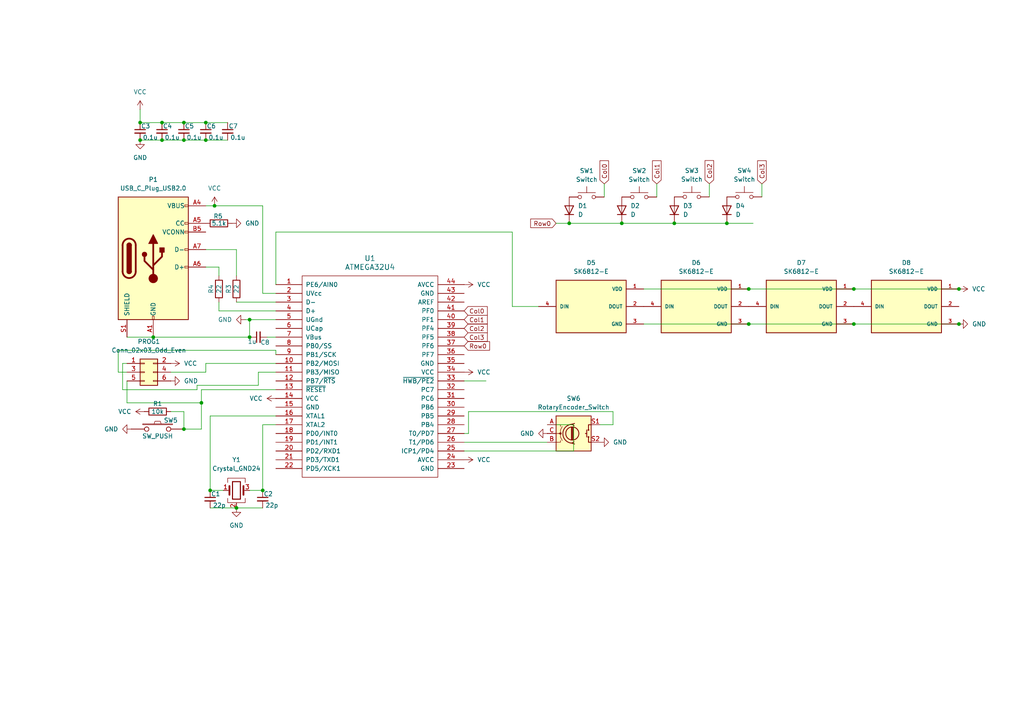
<source format=kicad_sch>
(kicad_sch
	(version 20250114)
	(generator "eeschema")
	(generator_version "9.0")
	(uuid "5e852568-1fdc-4091-bd2c-6442a5bc4bac")
	(paper "A4")
	(lib_symbols
		(symbol "Connector:USB_C_Plug_USB2.0"
			(pin_names
				(offset 1.016)
			)
			(exclude_from_sim no)
			(in_bom yes)
			(on_board yes)
			(property "Reference" "P"
				(at -10.16 19.05 0)
				(effects
					(font
						(size 1.27 1.27)
					)
					(justify left)
				)
			)
			(property "Value" "USB_C_Plug_USB2.0"
				(at 12.7 19.05 0)
				(effects
					(font
						(size 1.27 1.27)
					)
					(justify right)
				)
			)
			(property "Footprint" ""
				(at 3.81 0 0)
				(effects
					(font
						(size 1.27 1.27)
					)
					(hide yes)
				)
			)
			(property "Datasheet" "https://www.usb.org/sites/default/files/documents/usb_type-c.zip"
				(at 3.81 0 0)
				(effects
					(font
						(size 1.27 1.27)
					)
					(hide yes)
				)
			)
			(property "Description" "USB 2.0-only Type-C Plug connector"
				(at 0 0 0)
				(effects
					(font
						(size 1.27 1.27)
					)
					(hide yes)
				)
			)
			(property "ki_keywords" "usb universal serial bus type-C USB2.0"
				(at 0 0 0)
				(effects
					(font
						(size 1.27 1.27)
					)
					(hide yes)
				)
			)
			(property "ki_fp_filters" "USB*C*Plug*"
				(at 0 0 0)
				(effects
					(font
						(size 1.27 1.27)
					)
					(hide yes)
				)
			)
			(symbol "USB_C_Plug_USB2.0_0_0"
				(rectangle
					(start -0.254 -17.78)
					(end 0.254 -16.764)
					(stroke
						(width 0)
						(type default)
					)
					(fill
						(type none)
					)
				)
				(rectangle
					(start 10.16 15.494)
					(end 9.144 14.986)
					(stroke
						(width 0)
						(type default)
					)
					(fill
						(type none)
					)
				)
				(rectangle
					(start 10.16 10.414)
					(end 9.144 9.906)
					(stroke
						(width 0)
						(type default)
					)
					(fill
						(type none)
					)
				)
				(rectangle
					(start 10.16 7.874)
					(end 9.144 7.366)
					(stroke
						(width 0)
						(type default)
					)
					(fill
						(type none)
					)
				)
				(rectangle
					(start 10.16 2.794)
					(end 9.144 2.286)
					(stroke
						(width 0)
						(type default)
					)
					(fill
						(type none)
					)
				)
				(rectangle
					(start 10.16 -2.286)
					(end 9.144 -2.794)
					(stroke
						(width 0)
						(type default)
					)
					(fill
						(type none)
					)
				)
			)
			(symbol "USB_C_Plug_USB2.0_0_1"
				(rectangle
					(start -10.16 17.78)
					(end 10.16 -17.78)
					(stroke
						(width 0.254)
						(type default)
					)
					(fill
						(type background)
					)
				)
				(polyline
					(pts
						(xy -8.89 -3.81) (xy -8.89 3.81)
					)
					(stroke
						(width 0.508)
						(type default)
					)
					(fill
						(type none)
					)
				)
				(rectangle
					(start -7.62 -3.81)
					(end -6.35 3.81)
					(stroke
						(width 0.254)
						(type default)
					)
					(fill
						(type outline)
					)
				)
				(arc
					(start -7.62 3.81)
					(mid -6.985 4.4423)
					(end -6.35 3.81)
					(stroke
						(width 0.254)
						(type default)
					)
					(fill
						(type none)
					)
				)
				(arc
					(start -7.62 3.81)
					(mid -6.985 4.4423)
					(end -6.35 3.81)
					(stroke
						(width 0.254)
						(type default)
					)
					(fill
						(type outline)
					)
				)
				(arc
					(start -8.89 3.81)
					(mid -6.985 5.7067)
					(end -5.08 3.81)
					(stroke
						(width 0.508)
						(type default)
					)
					(fill
						(type none)
					)
				)
				(arc
					(start -5.08 -3.81)
					(mid -6.985 -5.7067)
					(end -8.89 -3.81)
					(stroke
						(width 0.508)
						(type default)
					)
					(fill
						(type none)
					)
				)
				(arc
					(start -6.35 -3.81)
					(mid -6.985 -4.4423)
					(end -7.62 -3.81)
					(stroke
						(width 0.254)
						(type default)
					)
					(fill
						(type none)
					)
				)
				(arc
					(start -6.35 -3.81)
					(mid -6.985 -4.4423)
					(end -7.62 -3.81)
					(stroke
						(width 0.254)
						(type default)
					)
					(fill
						(type outline)
					)
				)
				(polyline
					(pts
						(xy -5.08 3.81) (xy -5.08 -3.81)
					)
					(stroke
						(width 0.508)
						(type default)
					)
					(fill
						(type none)
					)
				)
				(circle
					(center -2.54 1.143)
					(radius 0.635)
					(stroke
						(width 0.254)
						(type default)
					)
					(fill
						(type outline)
					)
				)
				(polyline
					(pts
						(xy -1.27 4.318) (xy 0 6.858) (xy 1.27 4.318) (xy -1.27 4.318)
					)
					(stroke
						(width 0.254)
						(type default)
					)
					(fill
						(type outline)
					)
				)
				(polyline
					(pts
						(xy 0 -2.032) (xy 2.54 0.508) (xy 2.54 1.778)
					)
					(stroke
						(width 0.508)
						(type default)
					)
					(fill
						(type none)
					)
				)
				(polyline
					(pts
						(xy 0 -3.302) (xy -2.54 -0.762) (xy -2.54 0.508)
					)
					(stroke
						(width 0.508)
						(type default)
					)
					(fill
						(type none)
					)
				)
				(polyline
					(pts
						(xy 0 -5.842) (xy 0 4.318)
					)
					(stroke
						(width 0.508)
						(type default)
					)
					(fill
						(type none)
					)
				)
				(circle
					(center 0 -5.842)
					(radius 1.27)
					(stroke
						(width 0)
						(type default)
					)
					(fill
						(type outline)
					)
				)
				(rectangle
					(start 1.905 1.778)
					(end 3.175 3.048)
					(stroke
						(width 0.254)
						(type default)
					)
					(fill
						(type outline)
					)
				)
			)
			(symbol "USB_C_Plug_USB2.0_1_1"
				(pin passive line
					(at -7.62 -22.86 90)
					(length 5.08)
					(name "SHIELD"
						(effects
							(font
								(size 1.27 1.27)
							)
						)
					)
					(number "S1"
						(effects
							(font
								(size 1.27 1.27)
							)
						)
					)
				)
				(pin passive line
					(at 0 -22.86 90)
					(length 5.08)
					(name "GND"
						(effects
							(font
								(size 1.27 1.27)
							)
						)
					)
					(number "A1"
						(effects
							(font
								(size 1.27 1.27)
							)
						)
					)
				)
				(pin passive line
					(at 0 -22.86 90)
					(length 5.08)
					(hide yes)
					(name "GND"
						(effects
							(font
								(size 1.27 1.27)
							)
						)
					)
					(number "A12"
						(effects
							(font
								(size 1.27 1.27)
							)
						)
					)
				)
				(pin passive line
					(at 0 -22.86 90)
					(length 5.08)
					(hide yes)
					(name "GND"
						(effects
							(font
								(size 1.27 1.27)
							)
						)
					)
					(number "B1"
						(effects
							(font
								(size 1.27 1.27)
							)
						)
					)
				)
				(pin passive line
					(at 0 -22.86 90)
					(length 5.08)
					(hide yes)
					(name "GND"
						(effects
							(font
								(size 1.27 1.27)
							)
						)
					)
					(number "B12"
						(effects
							(font
								(size 1.27 1.27)
							)
						)
					)
				)
				(pin passive line
					(at 15.24 15.24 180)
					(length 5.08)
					(name "VBUS"
						(effects
							(font
								(size 1.27 1.27)
							)
						)
					)
					(number "A4"
						(effects
							(font
								(size 1.27 1.27)
							)
						)
					)
				)
				(pin passive line
					(at 15.24 15.24 180)
					(length 5.08)
					(hide yes)
					(name "VBUS"
						(effects
							(font
								(size 1.27 1.27)
							)
						)
					)
					(number "A9"
						(effects
							(font
								(size 1.27 1.27)
							)
						)
					)
				)
				(pin passive line
					(at 15.24 15.24 180)
					(length 5.08)
					(hide yes)
					(name "VBUS"
						(effects
							(font
								(size 1.27 1.27)
							)
						)
					)
					(number "B4"
						(effects
							(font
								(size 1.27 1.27)
							)
						)
					)
				)
				(pin passive line
					(at 15.24 15.24 180)
					(length 5.08)
					(hide yes)
					(name "VBUS"
						(effects
							(font
								(size 1.27 1.27)
							)
						)
					)
					(number "B9"
						(effects
							(font
								(size 1.27 1.27)
							)
						)
					)
				)
				(pin bidirectional line
					(at 15.24 10.16 180)
					(length 5.08)
					(name "CC"
						(effects
							(font
								(size 1.27 1.27)
							)
						)
					)
					(number "A5"
						(effects
							(font
								(size 1.27 1.27)
							)
						)
					)
				)
				(pin bidirectional line
					(at 15.24 7.62 180)
					(length 5.08)
					(name "VCONN"
						(effects
							(font
								(size 1.27 1.27)
							)
						)
					)
					(number "B5"
						(effects
							(font
								(size 1.27 1.27)
							)
						)
					)
				)
				(pin bidirectional line
					(at 15.24 2.54 180)
					(length 5.08)
					(name "D-"
						(effects
							(font
								(size 1.27 1.27)
							)
						)
					)
					(number "A7"
						(effects
							(font
								(size 1.27 1.27)
							)
						)
					)
				)
				(pin bidirectional line
					(at 15.24 -2.54 180)
					(length 5.08)
					(name "D+"
						(effects
							(font
								(size 1.27 1.27)
							)
						)
					)
					(number "A6"
						(effects
							(font
								(size 1.27 1.27)
							)
						)
					)
				)
			)
			(embedded_fonts no)
		)
		(symbol "Connector_Generic:Conn_02x03_Odd_Even"
			(pin_names
				(offset 1.016)
				(hide yes)
			)
			(exclude_from_sim no)
			(in_bom yes)
			(on_board yes)
			(property "Reference" "J"
				(at 1.27 5.08 0)
				(effects
					(font
						(size 1.27 1.27)
					)
				)
			)
			(property "Value" "Conn_02x03_Odd_Even"
				(at 1.27 -5.08 0)
				(effects
					(font
						(size 1.27 1.27)
					)
				)
			)
			(property "Footprint" ""
				(at 0 0 0)
				(effects
					(font
						(size 1.27 1.27)
					)
					(hide yes)
				)
			)
			(property "Datasheet" "~"
				(at 0 0 0)
				(effects
					(font
						(size 1.27 1.27)
					)
					(hide yes)
				)
			)
			(property "Description" "Generic connector, double row, 02x03, odd/even pin numbering scheme (row 1 odd numbers, row 2 even numbers), script generated (kicad-library-utils/schlib/autogen/connector/)"
				(at 0 0 0)
				(effects
					(font
						(size 1.27 1.27)
					)
					(hide yes)
				)
			)
			(property "ki_keywords" "connector"
				(at 0 0 0)
				(effects
					(font
						(size 1.27 1.27)
					)
					(hide yes)
				)
			)
			(property "ki_fp_filters" "Connector*:*_2x??_*"
				(at 0 0 0)
				(effects
					(font
						(size 1.27 1.27)
					)
					(hide yes)
				)
			)
			(symbol "Conn_02x03_Odd_Even_1_1"
				(rectangle
					(start -1.27 3.81)
					(end 3.81 -3.81)
					(stroke
						(width 0.254)
						(type default)
					)
					(fill
						(type background)
					)
				)
				(rectangle
					(start -1.27 2.667)
					(end 0 2.413)
					(stroke
						(width 0.1524)
						(type default)
					)
					(fill
						(type none)
					)
				)
				(rectangle
					(start -1.27 0.127)
					(end 0 -0.127)
					(stroke
						(width 0.1524)
						(type default)
					)
					(fill
						(type none)
					)
				)
				(rectangle
					(start -1.27 -2.413)
					(end 0 -2.667)
					(stroke
						(width 0.1524)
						(type default)
					)
					(fill
						(type none)
					)
				)
				(rectangle
					(start 3.81 2.667)
					(end 2.54 2.413)
					(stroke
						(width 0.1524)
						(type default)
					)
					(fill
						(type none)
					)
				)
				(rectangle
					(start 3.81 0.127)
					(end 2.54 -0.127)
					(stroke
						(width 0.1524)
						(type default)
					)
					(fill
						(type none)
					)
				)
				(rectangle
					(start 3.81 -2.413)
					(end 2.54 -2.667)
					(stroke
						(width 0.1524)
						(type default)
					)
					(fill
						(type none)
					)
				)
				(pin passive line
					(at -5.08 2.54 0)
					(length 3.81)
					(name "Pin_1"
						(effects
							(font
								(size 1.27 1.27)
							)
						)
					)
					(number "1"
						(effects
							(font
								(size 1.27 1.27)
							)
						)
					)
				)
				(pin passive line
					(at -5.08 0 0)
					(length 3.81)
					(name "Pin_3"
						(effects
							(font
								(size 1.27 1.27)
							)
						)
					)
					(number "3"
						(effects
							(font
								(size 1.27 1.27)
							)
						)
					)
				)
				(pin passive line
					(at -5.08 -2.54 0)
					(length 3.81)
					(name "Pin_5"
						(effects
							(font
								(size 1.27 1.27)
							)
						)
					)
					(number "5"
						(effects
							(font
								(size 1.27 1.27)
							)
						)
					)
				)
				(pin passive line
					(at 7.62 2.54 180)
					(length 3.81)
					(name "Pin_2"
						(effects
							(font
								(size 1.27 1.27)
							)
						)
					)
					(number "2"
						(effects
							(font
								(size 1.27 1.27)
							)
						)
					)
				)
				(pin passive line
					(at 7.62 0 180)
					(length 3.81)
					(name "Pin_4"
						(effects
							(font
								(size 1.27 1.27)
							)
						)
					)
					(number "4"
						(effects
							(font
								(size 1.27 1.27)
							)
						)
					)
				)
				(pin passive line
					(at 7.62 -2.54 180)
					(length 3.81)
					(name "Pin_6"
						(effects
							(font
								(size 1.27 1.27)
							)
						)
					)
					(number "6"
						(effects
							(font
								(size 1.27 1.27)
							)
						)
					)
				)
			)
			(embedded_fonts no)
		)
		(symbol "Device:C_Small"
			(pin_numbers
				(hide yes)
			)
			(pin_names
				(offset 0.254)
				(hide yes)
			)
			(exclude_from_sim no)
			(in_bom yes)
			(on_board yes)
			(property "Reference" "C"
				(at 0.254 1.778 0)
				(effects
					(font
						(size 1.27 1.27)
					)
					(justify left)
				)
			)
			(property "Value" "C_Small"
				(at 0.254 -2.032 0)
				(effects
					(font
						(size 1.27 1.27)
					)
					(justify left)
				)
			)
			(property "Footprint" ""
				(at 0 0 0)
				(effects
					(font
						(size 1.27 1.27)
					)
					(hide yes)
				)
			)
			(property "Datasheet" "~"
				(at 0 0 0)
				(effects
					(font
						(size 1.27 1.27)
					)
					(hide yes)
				)
			)
			(property "Description" "Unpolarized capacitor, small symbol"
				(at 0 0 0)
				(effects
					(font
						(size 1.27 1.27)
					)
					(hide yes)
				)
			)
			(property "ki_keywords" "capacitor cap"
				(at 0 0 0)
				(effects
					(font
						(size 1.27 1.27)
					)
					(hide yes)
				)
			)
			(property "ki_fp_filters" "C_*"
				(at 0 0 0)
				(effects
					(font
						(size 1.27 1.27)
					)
					(hide yes)
				)
			)
			(symbol "C_Small_0_1"
				(polyline
					(pts
						(xy -1.524 0.508) (xy 1.524 0.508)
					)
					(stroke
						(width 0.3048)
						(type default)
					)
					(fill
						(type none)
					)
				)
				(polyline
					(pts
						(xy -1.524 -0.508) (xy 1.524 -0.508)
					)
					(stroke
						(width 0.3302)
						(type default)
					)
					(fill
						(type none)
					)
				)
			)
			(symbol "C_Small_1_1"
				(pin passive line
					(at 0 2.54 270)
					(length 2.032)
					(name "~"
						(effects
							(font
								(size 1.27 1.27)
							)
						)
					)
					(number "1"
						(effects
							(font
								(size 1.27 1.27)
							)
						)
					)
				)
				(pin passive line
					(at 0 -2.54 90)
					(length 2.032)
					(name "~"
						(effects
							(font
								(size 1.27 1.27)
							)
						)
					)
					(number "2"
						(effects
							(font
								(size 1.27 1.27)
							)
						)
					)
				)
			)
			(embedded_fonts no)
		)
		(symbol "Device:Crystal_GND24"
			(pin_names
				(offset 1.016)
				(hide yes)
			)
			(exclude_from_sim no)
			(in_bom yes)
			(on_board yes)
			(property "Reference" "Y"
				(at 3.175 5.08 0)
				(effects
					(font
						(size 1.27 1.27)
					)
					(justify left)
				)
			)
			(property "Value" "Crystal_GND24"
				(at 3.175 3.175 0)
				(effects
					(font
						(size 1.27 1.27)
					)
					(justify left)
				)
			)
			(property "Footprint" ""
				(at 0 0 0)
				(effects
					(font
						(size 1.27 1.27)
					)
					(hide yes)
				)
			)
			(property "Datasheet" "~"
				(at 0 0 0)
				(effects
					(font
						(size 1.27 1.27)
					)
					(hide yes)
				)
			)
			(property "Description" "Four pin crystal, GND on pins 2 and 4"
				(at 0 0 0)
				(effects
					(font
						(size 1.27 1.27)
					)
					(hide yes)
				)
			)
			(property private "KLC_S3.3" "The rectangle is not a symbol body but a graphical element"
				(at 0 -12.7 0)
				(show_name)
				(effects
					(font
						(size 1.27 1.27)
					)
					(hide yes)
				)
			)
			(property private "KLC_S4.1" "Some pins are on 50mil grid to make the symbol small"
				(at 0 -15.24 0)
				(show_name)
				(effects
					(font
						(size 1.27 1.27)
					)
					(hide yes)
				)
			)
			(property "ki_keywords" "quartz ceramic resonator oscillator"
				(at 0 0 0)
				(effects
					(font
						(size 1.27 1.27)
					)
					(hide yes)
				)
			)
			(property "ki_fp_filters" "Crystal*"
				(at 0 0 0)
				(effects
					(font
						(size 1.27 1.27)
					)
					(hide yes)
				)
			)
			(symbol "Crystal_GND24_0_1"
				(polyline
					(pts
						(xy -2.54 2.286) (xy -2.54 3.556) (xy 2.54 3.556) (xy 2.54 2.286)
					)
					(stroke
						(width 0)
						(type default)
					)
					(fill
						(type none)
					)
				)
				(polyline
					(pts
						(xy -2.54 0) (xy -2.032 0)
					)
					(stroke
						(width 0)
						(type default)
					)
					(fill
						(type none)
					)
				)
				(polyline
					(pts
						(xy -2.54 -2.286) (xy -2.54 -3.556) (xy 2.54 -3.556) (xy 2.54 -2.286)
					)
					(stroke
						(width 0)
						(type default)
					)
					(fill
						(type none)
					)
				)
				(polyline
					(pts
						(xy -2.032 -1.27) (xy -2.032 1.27)
					)
					(stroke
						(width 0.508)
						(type default)
					)
					(fill
						(type none)
					)
				)
				(rectangle
					(start -1.143 2.54)
					(end 1.143 -2.54)
					(stroke
						(width 0.3048)
						(type default)
					)
					(fill
						(type none)
					)
				)
				(polyline
					(pts
						(xy 0 -3.81) (xy 0 -3.556)
					)
					(stroke
						(width 0)
						(type default)
					)
					(fill
						(type none)
					)
				)
				(polyline
					(pts
						(xy 2.032 0) (xy 2.54 0)
					)
					(stroke
						(width 0)
						(type default)
					)
					(fill
						(type none)
					)
				)
				(polyline
					(pts
						(xy 2.032 -1.27) (xy 2.032 1.27)
					)
					(stroke
						(width 0.508)
						(type default)
					)
					(fill
						(type none)
					)
				)
			)
			(symbol "Crystal_GND24_1_1"
				(pin passive line
					(at -3.81 0 0)
					(length 1.27)
					(name "1"
						(effects
							(font
								(size 1.27 1.27)
							)
						)
					)
					(number "1"
						(effects
							(font
								(size 1.27 1.27)
							)
						)
					)
				)
				(pin passive line
					(at 0 -5.08 90)
					(length 1.27)
					(name "G"
						(effects
							(font
								(size 1.27 1.27)
							)
						)
					)
					(number "2"
						(effects
							(font
								(size 1.27 1.27)
							)
						)
					)
				)
				(pin passive line
					(at 0 -5.08 90)
					(length 1.27)
					(hide yes)
					(name "G"
						(effects
							(font
								(size 1.27 1.27)
							)
						)
					)
					(number "4"
						(effects
							(font
								(size 1.27 1.27)
							)
						)
					)
				)
				(pin passive line
					(at 3.81 0 180)
					(length 1.27)
					(name "3"
						(effects
							(font
								(size 1.27 1.27)
							)
						)
					)
					(number "3"
						(effects
							(font
								(size 1.27 1.27)
							)
						)
					)
				)
			)
			(embedded_fonts no)
		)
		(symbol "Device:D"
			(pin_numbers
				(hide yes)
			)
			(pin_names
				(offset 1.016)
				(hide yes)
			)
			(exclude_from_sim no)
			(in_bom yes)
			(on_board yes)
			(property "Reference" "D"
				(at 0 2.54 0)
				(effects
					(font
						(size 1.27 1.27)
					)
				)
			)
			(property "Value" "D"
				(at 0 -2.54 0)
				(effects
					(font
						(size 1.27 1.27)
					)
				)
			)
			(property "Footprint" ""
				(at 0 0 0)
				(effects
					(font
						(size 1.27 1.27)
					)
					(hide yes)
				)
			)
			(property "Datasheet" "~"
				(at 0 0 0)
				(effects
					(font
						(size 1.27 1.27)
					)
					(hide yes)
				)
			)
			(property "Description" "Diode"
				(at 0 0 0)
				(effects
					(font
						(size 1.27 1.27)
					)
					(hide yes)
				)
			)
			(property "Sim.Device" "D"
				(at 0 0 0)
				(effects
					(font
						(size 1.27 1.27)
					)
					(hide yes)
				)
			)
			(property "Sim.Pins" "1=K 2=A"
				(at 0 0 0)
				(effects
					(font
						(size 1.27 1.27)
					)
					(hide yes)
				)
			)
			(property "ki_keywords" "diode"
				(at 0 0 0)
				(effects
					(font
						(size 1.27 1.27)
					)
					(hide yes)
				)
			)
			(property "ki_fp_filters" "TO-???* *_Diode_* *SingleDiode* D_*"
				(at 0 0 0)
				(effects
					(font
						(size 1.27 1.27)
					)
					(hide yes)
				)
			)
			(symbol "D_0_1"
				(polyline
					(pts
						(xy -1.27 1.27) (xy -1.27 -1.27)
					)
					(stroke
						(width 0.254)
						(type default)
					)
					(fill
						(type none)
					)
				)
				(polyline
					(pts
						(xy 1.27 1.27) (xy 1.27 -1.27) (xy -1.27 0) (xy 1.27 1.27)
					)
					(stroke
						(width 0.254)
						(type default)
					)
					(fill
						(type none)
					)
				)
				(polyline
					(pts
						(xy 1.27 0) (xy -1.27 0)
					)
					(stroke
						(width 0)
						(type default)
					)
					(fill
						(type none)
					)
				)
			)
			(symbol "D_1_1"
				(pin passive line
					(at -3.81 0 0)
					(length 2.54)
					(name "K"
						(effects
							(font
								(size 1.27 1.27)
							)
						)
					)
					(number "1"
						(effects
							(font
								(size 1.27 1.27)
							)
						)
					)
				)
				(pin passive line
					(at 3.81 0 180)
					(length 2.54)
					(name "A"
						(effects
							(font
								(size 1.27 1.27)
							)
						)
					)
					(number "2"
						(effects
							(font
								(size 1.27 1.27)
							)
						)
					)
				)
			)
			(embedded_fonts no)
		)
		(symbol "Device:R"
			(pin_numbers
				(hide yes)
			)
			(pin_names
				(offset 0)
			)
			(exclude_from_sim no)
			(in_bom yes)
			(on_board yes)
			(property "Reference" "R"
				(at 2.032 0 90)
				(effects
					(font
						(size 1.27 1.27)
					)
				)
			)
			(property "Value" "R"
				(at 0 0 90)
				(effects
					(font
						(size 1.27 1.27)
					)
				)
			)
			(property "Footprint" ""
				(at -1.778 0 90)
				(effects
					(font
						(size 1.27 1.27)
					)
					(hide yes)
				)
			)
			(property "Datasheet" "~"
				(at 0 0 0)
				(effects
					(font
						(size 1.27 1.27)
					)
					(hide yes)
				)
			)
			(property "Description" "Resistor"
				(at 0 0 0)
				(effects
					(font
						(size 1.27 1.27)
					)
					(hide yes)
				)
			)
			(property "ki_keywords" "R res resistor"
				(at 0 0 0)
				(effects
					(font
						(size 1.27 1.27)
					)
					(hide yes)
				)
			)
			(property "ki_fp_filters" "R_*"
				(at 0 0 0)
				(effects
					(font
						(size 1.27 1.27)
					)
					(hide yes)
				)
			)
			(symbol "R_0_1"
				(rectangle
					(start -1.016 -2.54)
					(end 1.016 2.54)
					(stroke
						(width 0.254)
						(type default)
					)
					(fill
						(type none)
					)
				)
			)
			(symbol "R_1_1"
				(pin passive line
					(at 0 3.81 270)
					(length 1.27)
					(name "~"
						(effects
							(font
								(size 1.27 1.27)
							)
						)
					)
					(number "1"
						(effects
							(font
								(size 1.27 1.27)
							)
						)
					)
				)
				(pin passive line
					(at 0 -3.81 90)
					(length 1.27)
					(name "~"
						(effects
							(font
								(size 1.27 1.27)
							)
						)
					)
					(number "2"
						(effects
							(font
								(size 1.27 1.27)
							)
						)
					)
				)
			)
			(embedded_fonts no)
		)
		(symbol "Device:RotaryEncoder_Switch"
			(pin_names
				(offset 0.254)
				(hide yes)
			)
			(exclude_from_sim no)
			(in_bom yes)
			(on_board yes)
			(property "Reference" "SW"
				(at 0 6.604 0)
				(effects
					(font
						(size 1.27 1.27)
					)
				)
			)
			(property "Value" "RotaryEncoder_Switch"
				(at 0 -6.604 0)
				(effects
					(font
						(size 1.27 1.27)
					)
				)
			)
			(property "Footprint" ""
				(at -3.81 4.064 0)
				(effects
					(font
						(size 1.27 1.27)
					)
					(hide yes)
				)
			)
			(property "Datasheet" "~"
				(at 0 6.604 0)
				(effects
					(font
						(size 1.27 1.27)
					)
					(hide yes)
				)
			)
			(property "Description" "Rotary encoder, dual channel, incremental quadrate outputs, with switch"
				(at 0 0 0)
				(effects
					(font
						(size 1.27 1.27)
					)
					(hide yes)
				)
			)
			(property "ki_keywords" "rotary switch encoder switch push button"
				(at 0 0 0)
				(effects
					(font
						(size 1.27 1.27)
					)
					(hide yes)
				)
			)
			(property "ki_fp_filters" "RotaryEncoder*Switch*"
				(at 0 0 0)
				(effects
					(font
						(size 1.27 1.27)
					)
					(hide yes)
				)
			)
			(symbol "RotaryEncoder_Switch_0_1"
				(rectangle
					(start -5.08 5.08)
					(end 5.08 -5.08)
					(stroke
						(width 0.254)
						(type default)
					)
					(fill
						(type background)
					)
				)
				(polyline
					(pts
						(xy -5.08 2.54) (xy -3.81 2.54) (xy -3.81 2.032)
					)
					(stroke
						(width 0)
						(type default)
					)
					(fill
						(type none)
					)
				)
				(polyline
					(pts
						(xy -5.08 0) (xy -3.81 0) (xy -3.81 -1.016) (xy -3.302 -2.032)
					)
					(stroke
						(width 0)
						(type default)
					)
					(fill
						(type none)
					)
				)
				(polyline
					(pts
						(xy -5.08 -2.54) (xy -3.81 -2.54) (xy -3.81 -2.032)
					)
					(stroke
						(width 0)
						(type default)
					)
					(fill
						(type none)
					)
				)
				(polyline
					(pts
						(xy -4.318 0) (xy -3.81 0) (xy -3.81 1.016) (xy -3.302 2.032)
					)
					(stroke
						(width 0)
						(type default)
					)
					(fill
						(type none)
					)
				)
				(circle
					(center -3.81 0)
					(radius 0.254)
					(stroke
						(width 0)
						(type default)
					)
					(fill
						(type outline)
					)
				)
				(polyline
					(pts
						(xy -0.635 -1.778) (xy -0.635 1.778)
					)
					(stroke
						(width 0.254)
						(type default)
					)
					(fill
						(type none)
					)
				)
				(circle
					(center -0.381 0)
					(radius 1.905)
					(stroke
						(width 0.254)
						(type default)
					)
					(fill
						(type none)
					)
				)
				(polyline
					(pts
						(xy -0.381 -1.778) (xy -0.381 1.778)
					)
					(stroke
						(width 0.254)
						(type default)
					)
					(fill
						(type none)
					)
				)
				(arc
					(start -0.381 -2.794)
					(mid -3.0988 -0.0635)
					(end -0.381 2.667)
					(stroke
						(width 0.254)
						(type default)
					)
					(fill
						(type none)
					)
				)
				(polyline
					(pts
						(xy -0.127 1.778) (xy -0.127 -1.778)
					)
					(stroke
						(width 0.254)
						(type default)
					)
					(fill
						(type none)
					)
				)
				(polyline
					(pts
						(xy 0.254 2.921) (xy -0.508 2.667) (xy 0.127 2.286)
					)
					(stroke
						(width 0.254)
						(type default)
					)
					(fill
						(type none)
					)
				)
				(polyline
					(pts
						(xy 0.254 -3.048) (xy -0.508 -2.794) (xy 0.127 -2.413)
					)
					(stroke
						(width 0.254)
						(type default)
					)
					(fill
						(type none)
					)
				)
				(polyline
					(pts
						(xy 3.81 1.016) (xy 3.81 -1.016)
					)
					(stroke
						(width 0.254)
						(type default)
					)
					(fill
						(type none)
					)
				)
				(polyline
					(pts
						(xy 3.81 0) (xy 3.429 0)
					)
					(stroke
						(width 0.254)
						(type default)
					)
					(fill
						(type none)
					)
				)
				(circle
					(center 4.318 1.016)
					(radius 0.127)
					(stroke
						(width 0.254)
						(type default)
					)
					(fill
						(type none)
					)
				)
				(circle
					(center 4.318 -1.016)
					(radius 0.127)
					(stroke
						(width 0.254)
						(type default)
					)
					(fill
						(type none)
					)
				)
				(polyline
					(pts
						(xy 5.08 2.54) (xy 4.318 2.54) (xy 4.318 1.016)
					)
					(stroke
						(width 0.254)
						(type default)
					)
					(fill
						(type none)
					)
				)
				(polyline
					(pts
						(xy 5.08 -2.54) (xy 4.318 -2.54) (xy 4.318 -1.016)
					)
					(stroke
						(width 0.254)
						(type default)
					)
					(fill
						(type none)
					)
				)
			)
			(symbol "RotaryEncoder_Switch_1_1"
				(pin passive line
					(at -7.62 2.54 0)
					(length 2.54)
					(name "A"
						(effects
							(font
								(size 1.27 1.27)
							)
						)
					)
					(number "A"
						(effects
							(font
								(size 1.27 1.27)
							)
						)
					)
				)
				(pin passive line
					(at -7.62 0 0)
					(length 2.54)
					(name "C"
						(effects
							(font
								(size 1.27 1.27)
							)
						)
					)
					(number "C"
						(effects
							(font
								(size 1.27 1.27)
							)
						)
					)
				)
				(pin passive line
					(at -7.62 -2.54 0)
					(length 2.54)
					(name "B"
						(effects
							(font
								(size 1.27 1.27)
							)
						)
					)
					(number "B"
						(effects
							(font
								(size 1.27 1.27)
							)
						)
					)
				)
				(pin passive line
					(at 7.62 2.54 180)
					(length 2.54)
					(name "S1"
						(effects
							(font
								(size 1.27 1.27)
							)
						)
					)
					(number "S1"
						(effects
							(font
								(size 1.27 1.27)
							)
						)
					)
				)
				(pin passive line
					(at 7.62 -2.54 180)
					(length 2.54)
					(name "S2"
						(effects
							(font
								(size 1.27 1.27)
							)
						)
					)
					(number "S2"
						(effects
							(font
								(size 1.27 1.27)
							)
						)
					)
				)
			)
			(embedded_fonts no)
		)
		(symbol "SK6812-E:SK6812-E"
			(pin_names
				(offset 1.016)
			)
			(exclude_from_sim no)
			(in_bom yes)
			(on_board yes)
			(property "Reference" "D"
				(at -10.16 8.89 0)
				(effects
					(font
						(size 1.27 1.27)
					)
					(justify left bottom)
				)
			)
			(property "Value" "SK6812-E"
				(at -10.16 -10.16 0)
				(effects
					(font
						(size 1.27 1.27)
					)
					(justify left bottom)
				)
			)
			(property "Footprint" "SK6812-E:LED_SK6812-E"
				(at 0 0 0)
				(effects
					(font
						(size 1.27 1.27)
					)
					(justify bottom)
					(hide yes)
				)
			)
			(property "Datasheet" ""
				(at 0 0 0)
				(effects
					(font
						(size 1.27 1.27)
					)
					(hide yes)
				)
			)
			(property "Description" ""
				(at 0 0 0)
				(effects
					(font
						(size 1.27 1.27)
					)
					(hide yes)
				)
			)
			(property "MF" "DONGGUANG OPSCO OPTOELECTRONICS CO., LTD"
				(at 0 0 0)
				(effects
					(font
						(size 1.27 1.27)
					)
					(justify bottom)
					(hide yes)
				)
			)
			(property "MAXIMUM_PACKAGE_HEIGHT" "0.84mm"
				(at 0 0 0)
				(effects
					(font
						(size 1.27 1.27)
					)
					(justify bottom)
					(hide yes)
				)
			)
			(property "Package" "Package"
				(at 0 0 0)
				(effects
					(font
						(size 1.27 1.27)
					)
					(justify bottom)
					(hide yes)
				)
			)
			(property "Price" "None"
				(at 0 0 0)
				(effects
					(font
						(size 1.27 1.27)
					)
					(justify bottom)
					(hide yes)
				)
			)
			(property "Check_prices" "https://www.snapeda.com/parts/SK6812-E/DONGGUANG+OPSCO+OPTOELECTRONICS+CO.%252C+LTD/view-part/?ref=eda"
				(at 0 0 0)
				(effects
					(font
						(size 1.27 1.27)
					)
					(justify bottom)
					(hide yes)
				)
			)
			(property "STANDARD" "Manufacturer recommendations"
				(at 0 0 0)
				(effects
					(font
						(size 1.27 1.27)
					)
					(justify bottom)
					(hide yes)
				)
			)
			(property "PARTREV" "2"
				(at 0 0 0)
				(effects
					(font
						(size 1.27 1.27)
					)
					(justify bottom)
					(hide yes)
				)
			)
			(property "SnapEDA_Link" "https://www.snapeda.com/parts/SK6812-E/DONGGUANG+OPSCO+OPTOELECTRONICS+CO.%252C+LTD/view-part/?ref=snap"
				(at 0 0 0)
				(effects
					(font
						(size 1.27 1.27)
					)
					(justify bottom)
					(hide yes)
				)
			)
			(property "MP" "SK6812-E"
				(at 0 0 0)
				(effects
					(font
						(size 1.27 1.27)
					)
					(justify bottom)
					(hide yes)
				)
			)
			(property "Description_1" "SK6812MINI-E is a smart LED control circuit and light emitting circuit in one controlled LED source, which has the shape of a 3528  LED chip."
				(at 0 0 0)
				(effects
					(font
						(size 1.27 1.27)
					)
					(justify bottom)
					(hide yes)
				)
			)
			(property "Availability" "Not in stock"
				(at 0 0 0)
				(effects
					(font
						(size 1.27 1.27)
					)
					(justify bottom)
					(hide yes)
				)
			)
			(property "MANUFACTURER" "DONGGUANG OPSCO"
				(at 0 0 0)
				(effects
					(font
						(size 1.27 1.27)
					)
					(justify bottom)
					(hide yes)
				)
			)
			(symbol "SK6812-E_0_0"
				(rectangle
					(start -10.16 -7.62)
					(end 10.16 7.62)
					(stroke
						(width 0.254)
						(type default)
					)
					(fill
						(type background)
					)
				)
				(pin input line
					(at -15.24 0 0)
					(length 5.08)
					(name "DIN"
						(effects
							(font
								(size 1.016 1.016)
							)
						)
					)
					(number "4"
						(effects
							(font
								(size 1.016 1.016)
							)
						)
					)
				)
				(pin power_in line
					(at 15.24 5.08 180)
					(length 5.08)
					(name "VDD"
						(effects
							(font
								(size 1.016 1.016)
							)
						)
					)
					(number "1"
						(effects
							(font
								(size 1.016 1.016)
							)
						)
					)
				)
				(pin output line
					(at 15.24 0 180)
					(length 5.08)
					(name "DOUT"
						(effects
							(font
								(size 1.016 1.016)
							)
						)
					)
					(number "2"
						(effects
							(font
								(size 1.016 1.016)
							)
						)
					)
				)
				(pin power_in line
					(at 15.24 -5.08 180)
					(length 5.08)
					(name "GND"
						(effects
							(font
								(size 1.016 1.016)
							)
						)
					)
					(number "3"
						(effects
							(font
								(size 1.016 1.016)
							)
						)
					)
				)
			)
			(embedded_fonts no)
		)
		(symbol "ScottoKeebs:Placeholder_Switch"
			(pin_numbers
				(hide yes)
			)
			(pin_names
				(offset 1.016)
				(hide yes)
			)
			(exclude_from_sim no)
			(in_bom yes)
			(on_board yes)
			(property "Reference" "SW"
				(at 1.27 2.54 0)
				(effects
					(font
						(size 1.27 1.27)
					)
					(justify left)
				)
			)
			(property "Value" "Switch"
				(at 0 -1.524 0)
				(effects
					(font
						(size 1.27 1.27)
					)
				)
			)
			(property "Footprint" ""
				(at 0 5.08 0)
				(effects
					(font
						(size 1.27 1.27)
					)
					(hide yes)
				)
			)
			(property "Datasheet" "~"
				(at 0 5.08 0)
				(effects
					(font
						(size 1.27 1.27)
					)
					(hide yes)
				)
			)
			(property "Description" "Push button switch, generic, two pins"
				(at 0 0 0)
				(effects
					(font
						(size 1.27 1.27)
					)
					(hide yes)
				)
			)
			(property "ki_keywords" "switch normally-open pushbutton push-button"
				(at 0 0 0)
				(effects
					(font
						(size 1.27 1.27)
					)
					(hide yes)
				)
			)
			(symbol "Placeholder_Switch_0_1"
				(circle
					(center -2.032 0)
					(radius 0.508)
					(stroke
						(width 0)
						(type default)
					)
					(fill
						(type none)
					)
				)
				(polyline
					(pts
						(xy 0 1.27) (xy 0 3.048)
					)
					(stroke
						(width 0)
						(type default)
					)
					(fill
						(type none)
					)
				)
				(circle
					(center 2.032 0)
					(radius 0.508)
					(stroke
						(width 0)
						(type default)
					)
					(fill
						(type none)
					)
				)
				(polyline
					(pts
						(xy 2.54 1.27) (xy -2.54 1.27)
					)
					(stroke
						(width 0)
						(type default)
					)
					(fill
						(type none)
					)
				)
				(pin passive line
					(at -5.08 0 0)
					(length 2.54)
					(name "1"
						(effects
							(font
								(size 1.27 1.27)
							)
						)
					)
					(number "1"
						(effects
							(font
								(size 1.27 1.27)
							)
						)
					)
				)
				(pin passive line
					(at 5.08 0 180)
					(length 2.54)
					(name "2"
						(effects
							(font
								(size 1.27 1.27)
							)
						)
					)
					(number "2"
						(effects
							(font
								(size 1.27 1.27)
							)
						)
					)
				)
			)
			(embedded_fonts no)
		)
		(symbol "keyboard_parts:ATMEGA32U4"
			(pin_names
				(offset 1.016)
			)
			(exclude_from_sim no)
			(in_bom yes)
			(on_board yes)
			(property "Reference" "U"
				(at 0 -31.75 0)
				(effects
					(font
						(size 1.524 1.524)
					)
				)
			)
			(property "Value" "ATMEGA32U4"
				(at 0 31.75 0)
				(effects
					(font
						(size 1.524 1.524)
					)
				)
			)
			(property "Footprint" ""
				(at 0 0 0)
				(effects
					(font
						(size 1.524 1.524)
					)
				)
			)
			(property "Datasheet" ""
				(at 0 0 0)
				(effects
					(font
						(size 1.524 1.524)
					)
				)
			)
			(property "Description" ""
				(at 0 0 0)
				(effects
					(font
						(size 1.27 1.27)
					)
					(hide yes)
				)
			)
			(symbol "ATMEGA32U4_0_1"
				(rectangle
					(start 20.32 29.21)
					(end -19.05 -29.21)
					(stroke
						(width 0)
						(type solid)
					)
					(fill
						(type none)
					)
				)
			)
			(symbol "ATMEGA32U4_1_1"
				(pin bidirectional line
					(at -26.67 26.67 0)
					(length 7.62)
					(name "PE6/AIN0"
						(effects
							(font
								(size 1.27 1.27)
							)
						)
					)
					(number "1"
						(effects
							(font
								(size 1.27 1.27)
							)
						)
					)
				)
				(pin power_in line
					(at -26.67 24.13 0)
					(length 7.62)
					(name "UVcc"
						(effects
							(font
								(size 1.27 1.27)
							)
						)
					)
					(number "2"
						(effects
							(font
								(size 1.27 1.27)
							)
						)
					)
				)
				(pin bidirectional line
					(at -26.67 21.59 0)
					(length 7.62)
					(name "D-"
						(effects
							(font
								(size 1.27 1.27)
							)
						)
					)
					(number "3"
						(effects
							(font
								(size 1.27 1.27)
							)
						)
					)
				)
				(pin bidirectional line
					(at -26.67 19.05 0)
					(length 7.62)
					(name "D+"
						(effects
							(font
								(size 1.27 1.27)
							)
						)
					)
					(number "4"
						(effects
							(font
								(size 1.27 1.27)
							)
						)
					)
				)
				(pin power_in line
					(at -26.67 16.51 0)
					(length 7.62)
					(name "UGnd"
						(effects
							(font
								(size 1.27 1.27)
							)
						)
					)
					(number "5"
						(effects
							(font
								(size 1.27 1.27)
							)
						)
					)
				)
				(pin input line
					(at -26.67 13.97 0)
					(length 7.62)
					(name "UCap"
						(effects
							(font
								(size 1.27 1.27)
							)
						)
					)
					(number "6"
						(effects
							(font
								(size 1.27 1.27)
							)
						)
					)
				)
				(pin input line
					(at -26.67 11.43 0)
					(length 7.62)
					(name "VBus"
						(effects
							(font
								(size 1.27 1.27)
							)
						)
					)
					(number "7"
						(effects
							(font
								(size 1.27 1.27)
							)
						)
					)
				)
				(pin bidirectional line
					(at -26.67 8.89 0)
					(length 7.62)
					(name "PB0/SS"
						(effects
							(font
								(size 1.27 1.27)
							)
						)
					)
					(number "8"
						(effects
							(font
								(size 1.27 1.27)
							)
						)
					)
				)
				(pin bidirectional line
					(at -26.67 6.35 0)
					(length 7.62)
					(name "PB1/SCK"
						(effects
							(font
								(size 1.27 1.27)
							)
						)
					)
					(number "9"
						(effects
							(font
								(size 1.27 1.27)
							)
						)
					)
				)
				(pin bidirectional line
					(at -26.67 3.81 0)
					(length 7.62)
					(name "PB2/MOSI"
						(effects
							(font
								(size 1.27 1.27)
							)
						)
					)
					(number "10"
						(effects
							(font
								(size 1.27 1.27)
							)
						)
					)
				)
				(pin bidirectional line
					(at -26.67 1.27 0)
					(length 7.62)
					(name "PB3/MISO"
						(effects
							(font
								(size 1.27 1.27)
							)
						)
					)
					(number "11"
						(effects
							(font
								(size 1.27 1.27)
							)
						)
					)
				)
				(pin bidirectional line
					(at -26.67 -1.27 0)
					(length 7.62)
					(name "PB7/~{RTS}"
						(effects
							(font
								(size 1.27 1.27)
							)
						)
					)
					(number "12"
						(effects
							(font
								(size 1.27 1.27)
							)
						)
					)
				)
				(pin input line
					(at -26.67 -3.81 0)
					(length 7.62)
					(name "~{RESET}"
						(effects
							(font
								(size 1.27 1.27)
							)
						)
					)
					(number "13"
						(effects
							(font
								(size 1.27 1.27)
							)
						)
					)
				)
				(pin power_in line
					(at -26.67 -6.35 0)
					(length 7.62)
					(name "VCC"
						(effects
							(font
								(size 1.27 1.27)
							)
						)
					)
					(number "14"
						(effects
							(font
								(size 1.27 1.27)
							)
						)
					)
				)
				(pin power_in line
					(at -26.67 -8.89 0)
					(length 7.62)
					(name "GND"
						(effects
							(font
								(size 1.27 1.27)
							)
						)
					)
					(number "15"
						(effects
							(font
								(size 1.27 1.27)
							)
						)
					)
				)
				(pin input line
					(at -26.67 -11.43 0)
					(length 7.62)
					(name "XTAL1"
						(effects
							(font
								(size 1.27 1.27)
							)
						)
					)
					(number "16"
						(effects
							(font
								(size 1.27 1.27)
							)
						)
					)
				)
				(pin output line
					(at -26.67 -13.97 0)
					(length 7.62)
					(name "XTAL2"
						(effects
							(font
								(size 1.27 1.27)
							)
						)
					)
					(number "17"
						(effects
							(font
								(size 1.27 1.27)
							)
						)
					)
				)
				(pin bidirectional line
					(at -26.67 -16.51 0)
					(length 7.62)
					(name "PD0/INT0"
						(effects
							(font
								(size 1.27 1.27)
							)
						)
					)
					(number "18"
						(effects
							(font
								(size 1.27 1.27)
							)
						)
					)
				)
				(pin bidirectional line
					(at -26.67 -19.05 0)
					(length 7.62)
					(name "PD1/INT1"
						(effects
							(font
								(size 1.27 1.27)
							)
						)
					)
					(number "19"
						(effects
							(font
								(size 1.27 1.27)
							)
						)
					)
				)
				(pin bidirectional line
					(at -26.67 -21.59 0)
					(length 7.62)
					(name "PD2/RXD1"
						(effects
							(font
								(size 1.27 1.27)
							)
						)
					)
					(number "20"
						(effects
							(font
								(size 1.27 1.27)
							)
						)
					)
				)
				(pin bidirectional line
					(at -26.67 -24.13 0)
					(length 7.62)
					(name "PD3/TXD1"
						(effects
							(font
								(size 1.27 1.27)
							)
						)
					)
					(number "21"
						(effects
							(font
								(size 1.27 1.27)
							)
						)
					)
				)
				(pin bidirectional line
					(at -26.67 -26.67 0)
					(length 7.62)
					(name "PD5/XCK1"
						(effects
							(font
								(size 1.27 1.27)
							)
						)
					)
					(number "22"
						(effects
							(font
								(size 1.27 1.27)
							)
						)
					)
				)
				(pin power_in line
					(at 27.94 26.67 180)
					(length 7.62)
					(name "AVCC"
						(effects
							(font
								(size 1.27 1.27)
							)
						)
					)
					(number "44"
						(effects
							(font
								(size 1.27 1.27)
							)
						)
					)
				)
				(pin power_in line
					(at 27.94 24.13 180)
					(length 7.62)
					(name "GND"
						(effects
							(font
								(size 1.27 1.27)
							)
						)
					)
					(number "43"
						(effects
							(font
								(size 1.27 1.27)
							)
						)
					)
				)
				(pin input line
					(at 27.94 21.59 180)
					(length 7.62)
					(name "AREF"
						(effects
							(font
								(size 1.27 1.27)
							)
						)
					)
					(number "42"
						(effects
							(font
								(size 1.27 1.27)
							)
						)
					)
				)
				(pin bidirectional line
					(at 27.94 19.05 180)
					(length 7.62)
					(name "PF0"
						(effects
							(font
								(size 1.27 1.27)
							)
						)
					)
					(number "41"
						(effects
							(font
								(size 1.27 1.27)
							)
						)
					)
				)
				(pin bidirectional line
					(at 27.94 16.51 180)
					(length 7.62)
					(name "PF1"
						(effects
							(font
								(size 1.27 1.27)
							)
						)
					)
					(number "40"
						(effects
							(font
								(size 1.27 1.27)
							)
						)
					)
				)
				(pin bidirectional line
					(at 27.94 13.97 180)
					(length 7.62)
					(name "PF4"
						(effects
							(font
								(size 1.27 1.27)
							)
						)
					)
					(number "39"
						(effects
							(font
								(size 1.27 1.27)
							)
						)
					)
				)
				(pin bidirectional line
					(at 27.94 11.43 180)
					(length 7.62)
					(name "PF5"
						(effects
							(font
								(size 1.27 1.27)
							)
						)
					)
					(number "38"
						(effects
							(font
								(size 1.27 1.27)
							)
						)
					)
				)
				(pin bidirectional line
					(at 27.94 8.89 180)
					(length 7.62)
					(name "PF6"
						(effects
							(font
								(size 1.27 1.27)
							)
						)
					)
					(number "37"
						(effects
							(font
								(size 1.27 1.27)
							)
						)
					)
				)
				(pin bidirectional line
					(at 27.94 6.35 180)
					(length 7.62)
					(name "PF7"
						(effects
							(font
								(size 1.27 1.27)
							)
						)
					)
					(number "36"
						(effects
							(font
								(size 1.27 1.27)
							)
						)
					)
				)
				(pin power_in line
					(at 27.94 3.81 180)
					(length 7.62)
					(name "GND"
						(effects
							(font
								(size 1.27 1.27)
							)
						)
					)
					(number "35"
						(effects
							(font
								(size 1.27 1.27)
							)
						)
					)
				)
				(pin power_in line
					(at 27.94 1.27 180)
					(length 7.62)
					(name "VCC"
						(effects
							(font
								(size 1.27 1.27)
							)
						)
					)
					(number "34"
						(effects
							(font
								(size 1.27 1.27)
							)
						)
					)
				)
				(pin bidirectional line
					(at 27.94 -1.27 180)
					(length 7.62)
					(name "~{HWB/PE2}"
						(effects
							(font
								(size 1.27 1.27)
							)
						)
					)
					(number "33"
						(effects
							(font
								(size 1.27 1.27)
							)
						)
					)
				)
				(pin bidirectional line
					(at 27.94 -3.81 180)
					(length 7.62)
					(name "PC7"
						(effects
							(font
								(size 1.27 1.27)
							)
						)
					)
					(number "32"
						(effects
							(font
								(size 1.27 1.27)
							)
						)
					)
				)
				(pin bidirectional line
					(at 27.94 -6.35 180)
					(length 7.62)
					(name "PC6"
						(effects
							(font
								(size 1.27 1.27)
							)
						)
					)
					(number "31"
						(effects
							(font
								(size 1.27 1.27)
							)
						)
					)
				)
				(pin bidirectional line
					(at 27.94 -8.89 180)
					(length 7.62)
					(name "PB6"
						(effects
							(font
								(size 1.27 1.27)
							)
						)
					)
					(number "30"
						(effects
							(font
								(size 1.27 1.27)
							)
						)
					)
				)
				(pin bidirectional line
					(at 27.94 -11.43 180)
					(length 7.62)
					(name "PB5"
						(effects
							(font
								(size 1.27 1.27)
							)
						)
					)
					(number "29"
						(effects
							(font
								(size 1.27 1.27)
							)
						)
					)
				)
				(pin bidirectional line
					(at 27.94 -13.97 180)
					(length 7.62)
					(name "PB4"
						(effects
							(font
								(size 1.27 1.27)
							)
						)
					)
					(number "28"
						(effects
							(font
								(size 1.27 1.27)
							)
						)
					)
				)
				(pin bidirectional line
					(at 27.94 -16.51 180)
					(length 7.62)
					(name "T0/PD7"
						(effects
							(font
								(size 1.27 1.27)
							)
						)
					)
					(number "27"
						(effects
							(font
								(size 1.27 1.27)
							)
						)
					)
				)
				(pin bidirectional line
					(at 27.94 -19.05 180)
					(length 7.62)
					(name "T1/PD6"
						(effects
							(font
								(size 1.27 1.27)
							)
						)
					)
					(number "26"
						(effects
							(font
								(size 1.27 1.27)
							)
						)
					)
				)
				(pin bidirectional line
					(at 27.94 -21.59 180)
					(length 7.62)
					(name "ICP1/PD4"
						(effects
							(font
								(size 1.27 1.27)
							)
						)
					)
					(number "25"
						(effects
							(font
								(size 1.27 1.27)
							)
						)
					)
				)
				(pin power_in line
					(at 27.94 -24.13 180)
					(length 7.62)
					(name "AVCC"
						(effects
							(font
								(size 1.27 1.27)
							)
						)
					)
					(number "24"
						(effects
							(font
								(size 1.27 1.27)
							)
						)
					)
				)
				(pin power_in line
					(at 27.94 -26.67 180)
					(length 7.62)
					(name "GND"
						(effects
							(font
								(size 1.27 1.27)
							)
						)
					)
					(number "23"
						(effects
							(font
								(size 1.27 1.27)
							)
						)
					)
				)
			)
			(embedded_fonts no)
		)
		(symbol "keyboard_parts:SW_PUSH"
			(pin_numbers
				(hide yes)
			)
			(pin_names
				(offset 1.016)
				(hide yes)
			)
			(exclude_from_sim no)
			(in_bom yes)
			(on_board yes)
			(property "Reference" "SW"
				(at 3.81 2.794 0)
				(effects
					(font
						(size 1.27 1.27)
					)
				)
			)
			(property "Value" "SW_PUSH"
				(at 0 -2.032 0)
				(effects
					(font
						(size 1.27 1.27)
					)
				)
			)
			(property "Footprint" ""
				(at 0 0 0)
				(effects
					(font
						(size 1.524 1.524)
					)
				)
			)
			(property "Datasheet" ""
				(at 0 0 0)
				(effects
					(font
						(size 1.524 1.524)
					)
				)
			)
			(property "Description" ""
				(at 0 0 0)
				(effects
					(font
						(size 1.27 1.27)
					)
					(hide yes)
				)
			)
			(symbol "SW_PUSH_0_1"
				(rectangle
					(start -4.318 1.27)
					(end 4.318 1.524)
					(stroke
						(width 0)
						(type solid)
					)
					(fill
						(type none)
					)
				)
				(polyline
					(pts
						(xy -1.016 1.524) (xy -0.762 2.286) (xy 0.762 2.286) (xy 1.016 1.524)
					)
					(stroke
						(width 0)
						(type solid)
					)
					(fill
						(type none)
					)
				)
				(pin passive inverted
					(at -7.62 0 0)
					(length 5.08)
					(name "1"
						(effects
							(font
								(size 1.524 1.524)
							)
						)
					)
					(number "1"
						(effects
							(font
								(size 1.524 1.524)
							)
						)
					)
				)
				(pin passive inverted
					(at 7.62 0 180)
					(length 5.08)
					(name "2"
						(effects
							(font
								(size 1.524 1.524)
							)
						)
					)
					(number "2"
						(effects
							(font
								(size 1.524 1.524)
							)
						)
					)
				)
			)
			(embedded_fonts no)
		)
		(symbol "power:GND"
			(power)
			(pin_numbers
				(hide yes)
			)
			(pin_names
				(offset 0)
				(hide yes)
			)
			(exclude_from_sim no)
			(in_bom yes)
			(on_board yes)
			(property "Reference" "#PWR"
				(at 0 -6.35 0)
				(effects
					(font
						(size 1.27 1.27)
					)
					(hide yes)
				)
			)
			(property "Value" "GND"
				(at 0 -3.81 0)
				(effects
					(font
						(size 1.27 1.27)
					)
				)
			)
			(property "Footprint" ""
				(at 0 0 0)
				(effects
					(font
						(size 1.27 1.27)
					)
					(hide yes)
				)
			)
			(property "Datasheet" ""
				(at 0 0 0)
				(effects
					(font
						(size 1.27 1.27)
					)
					(hide yes)
				)
			)
			(property "Description" "Power symbol creates a global label with name \"GND\" , ground"
				(at 0 0 0)
				(effects
					(font
						(size 1.27 1.27)
					)
					(hide yes)
				)
			)
			(property "ki_keywords" "global power"
				(at 0 0 0)
				(effects
					(font
						(size 1.27 1.27)
					)
					(hide yes)
				)
			)
			(symbol "GND_0_1"
				(polyline
					(pts
						(xy 0 0) (xy 0 -1.27) (xy 1.27 -1.27) (xy 0 -2.54) (xy -1.27 -1.27) (xy 0 -1.27)
					)
					(stroke
						(width 0)
						(type default)
					)
					(fill
						(type none)
					)
				)
			)
			(symbol "GND_1_1"
				(pin power_in line
					(at 0 0 270)
					(length 0)
					(name "~"
						(effects
							(font
								(size 1.27 1.27)
							)
						)
					)
					(number "1"
						(effects
							(font
								(size 1.27 1.27)
							)
						)
					)
				)
			)
			(embedded_fonts no)
		)
		(symbol "power:VCC"
			(power)
			(pin_numbers
				(hide yes)
			)
			(pin_names
				(offset 0)
				(hide yes)
			)
			(exclude_from_sim no)
			(in_bom yes)
			(on_board yes)
			(property "Reference" "#PWR"
				(at 0 -3.81 0)
				(effects
					(font
						(size 1.27 1.27)
					)
					(hide yes)
				)
			)
			(property "Value" "VCC"
				(at 0 3.556 0)
				(effects
					(font
						(size 1.27 1.27)
					)
				)
			)
			(property "Footprint" ""
				(at 0 0 0)
				(effects
					(font
						(size 1.27 1.27)
					)
					(hide yes)
				)
			)
			(property "Datasheet" ""
				(at 0 0 0)
				(effects
					(font
						(size 1.27 1.27)
					)
					(hide yes)
				)
			)
			(property "Description" "Power symbol creates a global label with name \"VCC\""
				(at 0 0 0)
				(effects
					(font
						(size 1.27 1.27)
					)
					(hide yes)
				)
			)
			(property "ki_keywords" "global power"
				(at 0 0 0)
				(effects
					(font
						(size 1.27 1.27)
					)
					(hide yes)
				)
			)
			(symbol "VCC_0_1"
				(polyline
					(pts
						(xy -0.762 1.27) (xy 0 2.54)
					)
					(stroke
						(width 0)
						(type default)
					)
					(fill
						(type none)
					)
				)
				(polyline
					(pts
						(xy 0 2.54) (xy 0.762 1.27)
					)
					(stroke
						(width 0)
						(type default)
					)
					(fill
						(type none)
					)
				)
				(polyline
					(pts
						(xy 0 0) (xy 0 2.54)
					)
					(stroke
						(width 0)
						(type default)
					)
					(fill
						(type none)
					)
				)
			)
			(symbol "VCC_1_1"
				(pin power_in line
					(at 0 0 90)
					(length 0)
					(name "~"
						(effects
							(font
								(size 1.27 1.27)
							)
						)
					)
					(number "1"
						(effects
							(font
								(size 1.27 1.27)
							)
						)
					)
				)
			)
			(embedded_fonts no)
		)
	)
	(junction
		(at 278.13 83.82)
		(diameter 0)
		(color 0 0 0 0)
		(uuid "110e0dc1-4557-4945-b04d-6c77b76ffd11")
	)
	(junction
		(at 68.58 147.32)
		(diameter 0)
		(color 0 0 0 0)
		(uuid "229292be-f8e7-4d7d-8a3e-000555beb2be")
	)
	(junction
		(at 217.17 93.98)
		(diameter 0)
		(color 0 0 0 0)
		(uuid "23e7e45f-5cf0-4514-83d5-8b336c03640f")
	)
	(junction
		(at 53.34 124.46)
		(diameter 0)
		(color 0 0 0 0)
		(uuid "23eba90f-78c0-4982-87ba-00288835ffa7")
	)
	(junction
		(at 58.42 116.84)
		(diameter 0)
		(color 0 0 0 0)
		(uuid "29edc42a-54f4-4086-880c-efef8a1bc385")
	)
	(junction
		(at 59.69 35.56)
		(diameter 0)
		(color 0 0 0 0)
		(uuid "2d580154-dbfb-4c06-87c4-4da04000b711")
	)
	(junction
		(at 59.69 40.64)
		(diameter 0)
		(color 0 0 0 0)
		(uuid "352e4016-7406-4265-b7a3-c6626e64da54")
	)
	(junction
		(at 247.65 93.98)
		(diameter 0)
		(color 0 0 0 0)
		(uuid "4167e41e-7c0d-4034-8bad-0585ed30668b")
	)
	(junction
		(at 72.39 97.79)
		(diameter 0)
		(color 0 0 0 0)
		(uuid "59f7878a-8d1a-4439-989b-35e5419fc6c2")
	)
	(junction
		(at 165.1 64.77)
		(diameter 0)
		(color 0 0 0 0)
		(uuid "5a52586f-54a9-46f2-87ed-56bfe0ec324d")
	)
	(junction
		(at 278.13 93.98)
		(diameter 0)
		(color 0 0 0 0)
		(uuid "5bbfd37f-9f1a-4602-a83d-111e7e57580c")
	)
	(junction
		(at 40.64 40.64)
		(diameter 0)
		(color 0 0 0 0)
		(uuid "665e4c4e-2fa3-427e-8c90-baeb50a0e665")
	)
	(junction
		(at 53.34 35.56)
		(diameter 0)
		(color 0 0 0 0)
		(uuid "74da7ea3-3e21-404a-ab0a-61f6d581316e")
	)
	(junction
		(at 46.99 40.64)
		(diameter 0)
		(color 0 0 0 0)
		(uuid "7d09739c-5345-447e-980c-3a1bb3f7c68d")
	)
	(junction
		(at 44.45 97.79)
		(diameter 0)
		(color 0 0 0 0)
		(uuid "be7e9011-ffee-4d84-9d6a-053f19a7ea83")
	)
	(junction
		(at 180.34 64.77)
		(diameter 0)
		(color 0 0 0 0)
		(uuid "bfe34114-c982-4a68-b4b9-39c925eb589b")
	)
	(junction
		(at 53.34 40.64)
		(diameter 0)
		(color 0 0 0 0)
		(uuid "cb5e33fb-ee0a-42c8-bc1f-6bca4ad553d5")
	)
	(junction
		(at 60.96 142.24)
		(diameter 0)
		(color 0 0 0 0)
		(uuid "cbd92efa-b193-41c6-bac6-089ffb32d8f0")
	)
	(junction
		(at 40.64 35.56)
		(diameter 0)
		(color 0 0 0 0)
		(uuid "e352e447-605c-4e75-afb2-63c062a76a58")
	)
	(junction
		(at 195.58 64.77)
		(diameter 0)
		(color 0 0 0 0)
		(uuid "e59518da-092d-4507-a772-a4025fa0ad66")
	)
	(junction
		(at 210.82 64.77)
		(diameter 0)
		(color 0 0 0 0)
		(uuid "e5fdf3b5-7f73-487d-a9e6-ea9e0d6fe076")
	)
	(junction
		(at 46.99 35.56)
		(diameter 0)
		(color 0 0 0 0)
		(uuid "e65001c5-6c9c-4a57-bb1a-4609aecab169")
	)
	(junction
		(at 76.2 142.24)
		(diameter 0)
		(color 0 0 0 0)
		(uuid "e8af36ef-b8be-4758-9609-e9d56bd6cc74")
	)
	(junction
		(at 72.39 92.71)
		(diameter 0)
		(color 0 0 0 0)
		(uuid "eb8be259-7019-4a9d-af63-310c328e991e")
	)
	(junction
		(at 247.65 83.82)
		(diameter 0)
		(color 0 0 0 0)
		(uuid "f3796097-bd63-4cd5-b753-8aa1a40620a5")
	)
	(junction
		(at 217.17 83.82)
		(diameter 0)
		(color 0 0 0 0)
		(uuid "f9324be1-995c-4f98-ac16-0557580e8103")
	)
	(junction
		(at 62.23 59.69)
		(diameter 0)
		(color 0 0 0 0)
		(uuid "fface479-6401-4ef0-b443-c34b41f24a3d")
	)
	(wire
		(pts
			(xy 40.64 35.56) (xy 46.99 35.56)
		)
		(stroke
			(width 0)
			(type default)
		)
		(uuid "0413f578-bbf9-48cd-af17-d15b02059a29")
	)
	(wire
		(pts
			(xy 40.64 31.75) (xy 40.64 35.56)
		)
		(stroke
			(width 0)
			(type default)
		)
		(uuid "04718a78-94f3-47c6-8fe2-a63daf493738")
	)
	(wire
		(pts
			(xy 195.58 57.15) (xy 195.58 57.1038)
		)
		(stroke
			(width 0)
			(type default)
		)
		(uuid "0b12d550-62fa-4f1f-bb7b-342af5cf2201")
	)
	(wire
		(pts
			(xy 53.34 124.46) (xy 58.42 124.46)
		)
		(stroke
			(width 0)
			(type default)
		)
		(uuid "0c693ddf-a6ac-49a4-afa5-f28e6bc0e2d8")
	)
	(wire
		(pts
			(xy 180.34 64.77) (xy 195.58 64.77)
		)
		(stroke
			(width 0)
			(type default)
		)
		(uuid "1050b56c-5864-4e80-81d9-3734d5847ed7")
	)
	(wire
		(pts
			(xy 36.83 110.49) (xy 36.83 116.84)
		)
		(stroke
			(width 0)
			(type default)
		)
		(uuid "10ebb086-2b24-4f0d-97b2-5873dabc90c4")
	)
	(wire
		(pts
			(xy 59.69 105.41) (xy 80.01 105.41)
		)
		(stroke
			(width 0)
			(type default)
		)
		(uuid "11e8b714-6127-4fc7-9b65-3711b2c7d1b6")
	)
	(wire
		(pts
			(xy 35.56 105.41) (xy 36.83 105.41)
		)
		(stroke
			(width 0)
			(type default)
		)
		(uuid "13288945-2171-4a29-8846-74d3c17abaa1")
	)
	(wire
		(pts
			(xy 166.37 130.81) (xy 134.62 130.81)
		)
		(stroke
			(width 0)
			(type default)
		)
		(uuid "15ea5227-9aaa-47e4-adb1-c8420941f2e2")
	)
	(wire
		(pts
			(xy 68.58 87.63) (xy 80.01 87.63)
		)
		(stroke
			(width 0)
			(type default)
		)
		(uuid "1669c1e9-9f9b-4bba-8118-71c847765ae3")
	)
	(wire
		(pts
			(xy 62.23 59.69) (xy 76.2 59.69)
		)
		(stroke
			(width 0)
			(type default)
		)
		(uuid "1a3ede4a-517a-4247-83d7-eae1c899eafb")
	)
	(wire
		(pts
			(xy 57.15 111.76) (xy 57.15 113.03)
		)
		(stroke
			(width 0)
			(type default)
		)
		(uuid "27d2ed25-0e8d-4f64-aa2a-0fc0896bf438")
	)
	(wire
		(pts
			(xy 80.01 107.95) (xy 74.93 107.95)
		)
		(stroke
			(width 0)
			(type default)
		)
		(uuid "32751fa6-3456-4683-a6ec-fe2e5c563576")
	)
	(wire
		(pts
			(xy 63.5 77.47) (xy 63.5 80.01)
		)
		(stroke
			(width 0)
			(type default)
		)
		(uuid "33b8194e-6297-4ad0-83ac-69e9811701e0")
	)
	(wire
		(pts
			(xy 190.5 53.34) (xy 190.5 57.15)
		)
		(stroke
			(width 0)
			(type default)
		)
		(uuid "35295e8f-0b63-4e90-bb91-55691a7f5223")
	)
	(wire
		(pts
			(xy 80.01 101.6) (xy 80.01 102.87)
		)
		(stroke
			(width 0)
			(type default)
		)
		(uuid "38477c6f-d244-4777-bbab-50e0cdecef97")
	)
	(wire
		(pts
			(xy 36.83 107.95) (xy 34.29 107.95)
		)
		(stroke
			(width 0)
			(type default)
		)
		(uuid "386422af-dcf6-4597-a315-3659e2cce4ee")
	)
	(wire
		(pts
			(xy 59.69 40.64) (xy 66.04 40.64)
		)
		(stroke
			(width 0)
			(type default)
		)
		(uuid "38fff314-c5a8-453d-8354-7c8219fdfc29")
	)
	(wire
		(pts
			(xy 58.42 113.03) (xy 58.42 116.84)
		)
		(stroke
			(width 0)
			(type default)
		)
		(uuid "3b98290a-3431-4e09-b389-5a4b6ee67bdf")
	)
	(wire
		(pts
			(xy 247.65 93.98) (xy 278.13 93.98)
		)
		(stroke
			(width 0)
			(type default)
		)
		(uuid "4669d36d-a20b-42b2-b0a3-65333d968608")
	)
	(wire
		(pts
			(xy 57.15 113.03) (xy 35.56 113.03)
		)
		(stroke
			(width 0)
			(type default)
		)
		(uuid "4ad96158-7c82-4420-82d6-dc52d25fef65")
	)
	(wire
		(pts
			(xy 72.39 142.24) (xy 76.2 142.24)
		)
		(stroke
			(width 0)
			(type default)
		)
		(uuid "51e4e8ce-6908-4cfb-8003-fc42076404ed")
	)
	(wire
		(pts
			(xy 217.17 93.98) (xy 247.65 93.98)
		)
		(stroke
			(width 0)
			(type default)
		)
		(uuid "524b6edf-a8fd-44ec-add9-a6bbeaa18752")
	)
	(wire
		(pts
			(xy 72.39 92.71) (xy 80.01 92.71)
		)
		(stroke
			(width 0)
			(type default)
		)
		(uuid "54fb0f09-aa24-45b0-8227-ac4320e9fcde")
	)
	(wire
		(pts
			(xy 72.39 92.71) (xy 72.39 97.79)
		)
		(stroke
			(width 0)
			(type default)
		)
		(uuid "57599b2b-60ed-4835-a8fb-8e2363b192e5")
	)
	(wire
		(pts
			(xy 46.99 35.56) (xy 53.34 35.56)
		)
		(stroke
			(width 0)
			(type default)
		)
		(uuid "5b399541-20c2-4dcb-83f1-91b82e4f64ec")
	)
	(wire
		(pts
			(xy 46.99 40.64) (xy 53.34 40.64)
		)
		(stroke
			(width 0)
			(type default)
		)
		(uuid "5cffdde9-9784-4635-b591-d4789945c4c4")
	)
	(wire
		(pts
			(xy 34.29 107.95) (xy 34.29 101.6)
		)
		(stroke
			(width 0)
			(type default)
		)
		(uuid "5d9cbe11-efc5-47d7-a572-1419e794a3e0")
	)
	(wire
		(pts
			(xy 53.34 119.38) (xy 53.34 124.46)
		)
		(stroke
			(width 0)
			(type default)
		)
		(uuid "62745f73-9fa5-419a-b5fd-de935a33dc00")
	)
	(wire
		(pts
			(xy 63.5 87.63) (xy 63.5 90.17)
		)
		(stroke
			(width 0)
			(type default)
		)
		(uuid "67577bb1-9130-48ba-9473-c3dcc499b624")
	)
	(wire
		(pts
			(xy 68.58 72.39) (xy 68.58 80.01)
		)
		(stroke
			(width 0)
			(type default)
		)
		(uuid "6af7c2e9-70d4-41d9-bdac-c95445a5b3d8")
	)
	(wire
		(pts
			(xy 166.37 123.19) (xy 166.37 130.81)
		)
		(stroke
			(width 0)
			(type default)
		)
		(uuid "74792fdb-f52f-4274-a907-880976190c2e")
	)
	(wire
		(pts
			(xy 60.96 120.65) (xy 80.01 120.65)
		)
		(stroke
			(width 0)
			(type default)
		)
		(uuid "78181904-1dad-4ebd-bf21-a7b7d4b12776")
	)
	(wire
		(pts
			(xy 59.69 35.56) (xy 66.04 35.56)
		)
		(stroke
			(width 0)
			(type default)
		)
		(uuid "78e29d7d-1937-4bca-b1e8-d88ea4859074")
	)
	(wire
		(pts
			(xy 53.34 40.64) (xy 59.69 40.64)
		)
		(stroke
			(width 0)
			(type default)
		)
		(uuid "791751b9-502c-4602-9ace-df80d6ec46c0")
	)
	(wire
		(pts
			(xy 60.96 147.32) (xy 68.58 147.32)
		)
		(stroke
			(width 0)
			(type default)
		)
		(uuid "798367b7-a512-40f4-ae29-0b850c92e712")
	)
	(wire
		(pts
			(xy 59.69 72.39) (xy 68.58 72.39)
		)
		(stroke
			(width 0)
			(type default)
		)
		(uuid "79aa7bf4-db4b-4704-a44a-97079f7cf9d7")
	)
	(wire
		(pts
			(xy 58.42 113.03) (xy 80.01 113.03)
		)
		(stroke
			(width 0)
			(type default)
		)
		(uuid "7a8f9a66-d0de-4b72-a627-86903c8fe02b")
	)
	(wire
		(pts
			(xy 49.53 107.95) (xy 59.69 107.95)
		)
		(stroke
			(width 0)
			(type default)
		)
		(uuid "7ab68735-b609-4ae2-9ef6-285d11fde8ff")
	)
	(wire
		(pts
			(xy 135.89 119.38) (xy 135.89 125.73)
		)
		(stroke
			(width 0)
			(type default)
		)
		(uuid "8043939d-0dbc-4cf0-a3eb-d08334ed44ae")
	)
	(wire
		(pts
			(xy 74.93 107.95) (xy 74.93 111.76)
		)
		(stroke
			(width 0)
			(type default)
		)
		(uuid "81009418-108c-48c8-905a-f6bbab07cbe5")
	)
	(wire
		(pts
			(xy 148.59 67.31) (xy 80.01 67.31)
		)
		(stroke
			(width 0)
			(type default)
		)
		(uuid "8132180d-95a1-4450-aa16-732fbf44ff0b")
	)
	(wire
		(pts
			(xy 63.5 90.17) (xy 80.01 90.17)
		)
		(stroke
			(width 0)
			(type default)
		)
		(uuid "828acca2-f3b4-41d2-bee2-f1cd896b1b8a")
	)
	(wire
		(pts
			(xy 59.69 59.69) (xy 62.23 59.69)
		)
		(stroke
			(width 0)
			(type default)
		)
		(uuid "82c6cd25-a08d-4bda-8df3-9031fed2157f")
	)
	(wire
		(pts
			(xy 77.47 97.79) (xy 80.01 97.79)
		)
		(stroke
			(width 0)
			(type default)
		)
		(uuid "855cbe9c-98ba-48e7-be5f-b550aad68723")
	)
	(wire
		(pts
			(xy 135.89 125.73) (xy 134.62 125.73)
		)
		(stroke
			(width 0)
			(type default)
		)
		(uuid "8850bee9-72e0-4a5a-abec-8e52ece80f96")
	)
	(wire
		(pts
			(xy 247.65 83.82) (xy 278.13 83.82)
		)
		(stroke
			(width 0)
			(type default)
		)
		(uuid "88638a2f-e697-4aa2-a3dc-6e2c5488fecf")
	)
	(wire
		(pts
			(xy 68.58 147.32) (xy 76.2 147.32)
		)
		(stroke
			(width 0)
			(type default)
		)
		(uuid "8903589d-7b78-4972-87bd-4bfa6ff0a115")
	)
	(wire
		(pts
			(xy 60.96 120.65) (xy 60.96 142.24)
		)
		(stroke
			(width 0)
			(type default)
		)
		(uuid "8b80c2b4-9f98-4e11-b4e1-297dbdac5845")
	)
	(wire
		(pts
			(xy 76.2 123.19) (xy 76.2 142.24)
		)
		(stroke
			(width 0)
			(type default)
		)
		(uuid "8d3c6654-2bdd-42b3-9f4f-163a0ac9803a")
	)
	(wire
		(pts
			(xy 134.62 128.27) (xy 158.75 128.27)
		)
		(stroke
			(width 0)
			(type default)
		)
		(uuid "995b5395-cc47-4360-9446-23e346c7e92d")
	)
	(wire
		(pts
			(xy 40.64 40.64) (xy 46.99 40.64)
		)
		(stroke
			(width 0)
			(type default)
		)
		(uuid "9df01bcd-bb38-4094-bc08-9f394324d252")
	)
	(wire
		(pts
			(xy 59.69 107.95) (xy 59.69 105.41)
		)
		(stroke
			(width 0)
			(type default)
		)
		(uuid "a3f70993-1e04-434d-901c-084166a75f71")
	)
	(wire
		(pts
			(xy 36.83 97.79) (xy 44.45 97.79)
		)
		(stroke
			(width 0)
			(type default)
		)
		(uuid "a59b38e7-75f9-459a-b12c-a39f2ee0e559")
	)
	(wire
		(pts
			(xy 59.69 77.47) (xy 63.5 77.47)
		)
		(stroke
			(width 0)
			(type default)
		)
		(uuid "b1410c51-372a-4691-a7c1-f0389fe052ee")
	)
	(wire
		(pts
			(xy 76.2 59.69) (xy 76.2 85.09)
		)
		(stroke
			(width 0)
			(type default)
		)
		(uuid "b4a4b55b-4178-4a3f-81e2-079f2460b891")
	)
	(wire
		(pts
			(xy 165.1 64.77) (xy 180.34 64.77)
		)
		(stroke
			(width 0)
			(type default)
		)
		(uuid "b714c98f-41ef-471a-aab0-d27a701a6575")
	)
	(wire
		(pts
			(xy 210.82 64.77) (xy 218.44 64.77)
		)
		(stroke
			(width 0)
			(type default)
		)
		(uuid "b7eb8740-1147-4be3-b412-4775c0281811")
	)
	(wire
		(pts
			(xy 74.93 111.76) (xy 57.15 111.76)
		)
		(stroke
			(width 0)
			(type default)
		)
		(uuid "ba4f55ed-7c4e-486a-97f3-8e513067ba4b")
	)
	(wire
		(pts
			(xy 44.45 97.79) (xy 72.39 97.79)
		)
		(stroke
			(width 0)
			(type default)
		)
		(uuid "bc58eb65-1bb3-47cc-9198-efb774a86f8a")
	)
	(wire
		(pts
			(xy 186.69 93.98) (xy 217.17 93.98)
		)
		(stroke
			(width 0)
			(type default)
		)
		(uuid "bd650cd7-a22b-4f17-b531-afbf7d2a3d7a")
	)
	(wire
		(pts
			(xy 173.99 123.19) (xy 177.8 123.19)
		)
		(stroke
			(width 0)
			(type default)
		)
		(uuid "bd7b990b-55cb-4185-83f3-c8aaecdb59c3")
	)
	(wire
		(pts
			(xy 36.83 116.84) (xy 58.42 116.84)
		)
		(stroke
			(width 0)
			(type default)
		)
		(uuid "be0b1059-327d-43de-bd00-8af267c1e319")
	)
	(wire
		(pts
			(xy 175.26 53.34) (xy 175.26 57.15)
		)
		(stroke
			(width 0)
			(type default)
		)
		(uuid "c3156d52-c8f9-4fd0-b732-8625f54d5c63")
	)
	(wire
		(pts
			(xy 34.29 101.6) (xy 80.01 101.6)
		)
		(stroke
			(width 0)
			(type default)
		)
		(uuid "c5345555-cbb1-498b-b452-9710329c8a82")
	)
	(wire
		(pts
			(xy 205.74 53.2938) (xy 205.74 57.1038)
		)
		(stroke
			(width 0)
			(type default)
		)
		(uuid "c5a2122b-0225-4676-bd38-7f1d533e8751")
	)
	(wire
		(pts
			(xy 58.42 116.84) (xy 58.42 124.46)
		)
		(stroke
			(width 0)
			(type default)
		)
		(uuid "c8ccf51b-5598-4f48-a21d-e6325bf0bf4a")
	)
	(wire
		(pts
			(xy 195.58 64.77) (xy 210.82 64.77)
		)
		(stroke
			(width 0)
			(type default)
		)
		(uuid "cb2e8c4a-30f8-481f-8a88-74f7a5981f60")
	)
	(wire
		(pts
			(xy 71.12 92.71) (xy 72.39 92.71)
		)
		(stroke
			(width 0)
			(type default)
		)
		(uuid "cc4f5d43-7b01-4992-a1eb-ceed88a20915")
	)
	(wire
		(pts
			(xy 220.98 53.2938) (xy 220.98 57.1038)
		)
		(stroke
			(width 0)
			(type default)
		)
		(uuid "cd94892d-45f1-432f-b5c6-c248a34ce969")
	)
	(wire
		(pts
			(xy 161.29 64.77) (xy 165.1 64.77)
		)
		(stroke
			(width 0)
			(type default)
		)
		(uuid "ce4da0ba-e057-48a6-b259-6dedf8b60c74")
	)
	(wire
		(pts
			(xy 210.82 57.15) (xy 210.82 57.1038)
		)
		(stroke
			(width 0)
			(type default)
		)
		(uuid "d114ff0f-2ad7-4168-9eb5-2a8da11db9bb")
	)
	(wire
		(pts
			(xy 35.56 113.03) (xy 35.56 105.41)
		)
		(stroke
			(width 0)
			(type default)
		)
		(uuid "d2aeb6e6-95c8-45d3-9586-47fc2c72d957")
	)
	(wire
		(pts
			(xy 60.96 142.24) (xy 64.77 142.24)
		)
		(stroke
			(width 0)
			(type default)
		)
		(uuid "d5ccd1b1-3dd7-4a0b-9054-7c97967323ce")
	)
	(wire
		(pts
			(xy 49.53 119.38) (xy 53.34 119.38)
		)
		(stroke
			(width 0)
			(type default)
		)
		(uuid "d6e0d8d7-b0bd-427e-83ee-0cdd345dd7e6")
	)
	(wire
		(pts
			(xy 140.97 110.49) (xy 134.62 110.49)
		)
		(stroke
			(width 0)
			(type default)
		)
		(uuid "d8cae7ca-a794-4000-b82d-8cf72b0edd54")
	)
	(wire
		(pts
			(xy 158.75 123.19) (xy 166.37 123.19)
		)
		(stroke
			(width 0)
			(type default)
		)
		(uuid "d9a5c7f2-8802-4af8-a7b6-31644dd34fb0")
	)
	(wire
		(pts
			(xy 76.2 123.19) (xy 80.01 123.19)
		)
		(stroke
			(width 0)
			(type default)
		)
		(uuid "dbcc12b7-1ddf-4989-bad5-259bd4d8eb33")
	)
	(wire
		(pts
			(xy 177.8 119.38) (xy 135.89 119.38)
		)
		(stroke
			(width 0)
			(type default)
		)
		(uuid "dc87cf08-2c74-4361-aee0-2a4cb08e0644")
	)
	(wire
		(pts
			(xy 148.59 88.9) (xy 148.59 67.31)
		)
		(stroke
			(width 0)
			(type default)
		)
		(uuid "de79ff1b-f618-4c88-8632-96656a0ed3f5")
	)
	(wire
		(pts
			(xy 156.21 88.9) (xy 148.59 88.9)
		)
		(stroke
			(width 0)
			(type default)
		)
		(uuid "df975223-f2ca-43b4-8a56-bcc81e429cdb")
	)
	(wire
		(pts
			(xy 80.01 67.31) (xy 80.01 82.55)
		)
		(stroke
			(width 0)
			(type default)
		)
		(uuid "e32584b7-1970-4bec-88d7-c809d243caf4")
	)
	(wire
		(pts
			(xy 186.69 83.82) (xy 217.17 83.82)
		)
		(stroke
			(width 0)
			(type default)
		)
		(uuid "ec2c48f1-0a2f-449b-acfc-4f360a1809ec")
	)
	(wire
		(pts
			(xy 217.17 83.82) (xy 247.65 83.82)
		)
		(stroke
			(width 0)
			(type default)
		)
		(uuid "eefb3f11-cdca-41bd-8b02-563bbc3a67fe")
	)
	(wire
		(pts
			(xy 76.2 85.09) (xy 80.01 85.09)
		)
		(stroke
			(width 0)
			(type default)
		)
		(uuid "f510239b-f354-4b49-9181-135fbb469079")
	)
	(wire
		(pts
			(xy 53.34 35.56) (xy 59.69 35.56)
		)
		(stroke
			(width 0)
			(type default)
		)
		(uuid "fdcbe427-7d23-4aea-a1f3-22bfd9e668a7")
	)
	(wire
		(pts
			(xy 177.8 123.19) (xy 177.8 119.38)
		)
		(stroke
			(width 0)
			(type default)
		)
		(uuid "ff42af4e-8c5e-446d-836b-565d787a324f")
	)
	(global_label "Col0"
		(shape input)
		(at 175.26 53.34 90)
		(fields_autoplaced yes)
		(effects
			(font
				(size 1.27 1.27)
			)
			(justify left)
		)
		(uuid "08019e41-92ee-4bdc-920b-62cd29a08c2c")
		(property "Intersheetrefs" "${INTERSHEET_REFS}"
			(at 175.26 46.0611 90)
			(effects
				(font
					(size 1.27 1.27)
				)
				(justify left)
				(hide yes)
			)
		)
	)
	(global_label "Col1"
		(shape input)
		(at 190.5 53.34 90)
		(fields_autoplaced yes)
		(effects
			(font
				(size 1.27 1.27)
			)
			(justify left)
		)
		(uuid "100fd0e6-d4ce-42ef-89d5-4edb7b778a91")
		(property "Intersheetrefs" "${INTERSHEET_REFS}"
			(at 190.5 46.0611 90)
			(effects
				(font
					(size 1.27 1.27)
				)
				(justify left)
				(hide yes)
			)
		)
	)
	(global_label "Col0"
		(shape input)
		(at 134.62 90.17 0)
		(fields_autoplaced yes)
		(effects
			(font
				(size 1.27 1.27)
			)
			(justify left)
		)
		(uuid "1896a8b8-9bb6-43f8-b52f-a2ce514b586e")
		(property "Intersheetrefs" "${INTERSHEET_REFS}"
			(at 141.8989 90.17 0)
			(effects
				(font
					(size 1.27 1.27)
				)
				(justify left)
				(hide yes)
			)
		)
	)
	(global_label "Col2"
		(shape input)
		(at 205.74 53.2938 90)
		(fields_autoplaced yes)
		(effects
			(font
				(size 1.27 1.27)
			)
			(justify left)
		)
		(uuid "5947eb13-d497-4f22-9a2c-2ed86da87d86")
		(property "Intersheetrefs" "${INTERSHEET_REFS}"
			(at 205.74 46.0149 90)
			(effects
				(font
					(size 1.27 1.27)
				)
				(justify left)
				(hide yes)
			)
		)
	)
	(global_label "Col2"
		(shape input)
		(at 134.62 95.25 0)
		(fields_autoplaced yes)
		(effects
			(font
				(size 1.27 1.27)
			)
			(justify left)
		)
		(uuid "675daca2-dbf3-436a-8dcf-71a63f8efb6a")
		(property "Intersheetrefs" "${INTERSHEET_REFS}"
			(at 141.8989 95.25 0)
			(effects
				(font
					(size 1.27 1.27)
				)
				(justify left)
				(hide yes)
			)
		)
	)
	(global_label "Col3"
		(shape input)
		(at 220.98 53.34 90)
		(fields_autoplaced yes)
		(effects
			(font
				(size 1.27 1.27)
			)
			(justify left)
		)
		(uuid "77184e49-adea-4a9c-b84f-82d6829e1c88")
		(property "Intersheetrefs" "${INTERSHEET_REFS}"
			(at 220.98 46.0611 90)
			(effects
				(font
					(size 1.27 1.27)
				)
				(justify left)
				(hide yes)
			)
		)
	)
	(global_label "Col3"
		(shape input)
		(at 134.62 97.79 0)
		(fields_autoplaced yes)
		(effects
			(font
				(size 1.27 1.27)
			)
			(justify left)
		)
		(uuid "7aec6ec7-6c4d-4d91-a822-c2da18369760")
		(property "Intersheetrefs" "${INTERSHEET_REFS}"
			(at 141.8989 97.79 0)
			(effects
				(font
					(size 1.27 1.27)
				)
				(justify left)
				(hide yes)
			)
		)
	)
	(global_label "Row0"
		(shape input)
		(at 134.62 100.33 0)
		(fields_autoplaced yes)
		(effects
			(font
				(size 1.27 1.27)
			)
			(justify left)
		)
		(uuid "9a167c98-bdfb-466c-8a66-d8498bb6396d")
		(property "Intersheetrefs" "${INTERSHEET_REFS}"
			(at 142.5642 100.33 0)
			(effects
				(font
					(size 1.27 1.27)
				)
				(justify left)
				(hide yes)
			)
		)
	)
	(global_label "Row0"
		(shape input)
		(at 161.29 64.77 180)
		(fields_autoplaced yes)
		(effects
			(font
				(size 1.27 1.27)
			)
			(justify right)
		)
		(uuid "d4235c2b-9eee-4bc0-9bc0-f7e35dab8eea")
		(property "Intersheetrefs" "${INTERSHEET_REFS}"
			(at 153.3458 64.77 0)
			(effects
				(font
					(size 1.27 1.27)
				)
				(justify right)
				(hide yes)
			)
		)
	)
	(global_label "Col1"
		(shape input)
		(at 134.62 92.71 0)
		(fields_autoplaced yes)
		(effects
			(font
				(size 1.27 1.27)
			)
			(justify left)
		)
		(uuid "fc611621-e0e0-4c40-a641-c8ee4c3fb614")
		(property "Intersheetrefs" "${INTERSHEET_REFS}"
			(at 141.8989 92.71 0)
			(effects
				(font
					(size 1.27 1.27)
				)
				(justify left)
				(hide yes)
			)
		)
	)
	(symbol
		(lib_id "power:GND")
		(at 71.12 92.71 270)
		(unit 1)
		(exclude_from_sim no)
		(in_bom yes)
		(on_board yes)
		(dnp no)
		(fields_autoplaced yes)
		(uuid "020525f4-c1a7-41bd-8a77-29dfbdc68c6b")
		(property "Reference" "#PWR07"
			(at 64.77 92.71 0)
			(effects
				(font
					(size 1.27 1.27)
				)
				(hide yes)
			)
		)
		(property "Value" "GND"
			(at 67.31 92.7099 90)
			(effects
				(font
					(size 1.27 1.27)
				)
				(justify right)
			)
		)
		(property "Footprint" ""
			(at 71.12 92.71 0)
			(effects
				(font
					(size 1.27 1.27)
				)
				(hide yes)
			)
		)
		(property "Datasheet" ""
			(at 71.12 92.71 0)
			(effects
				(font
					(size 1.27 1.27)
				)
				(hide yes)
			)
		)
		(property "Description" "Power symbol creates a global label with name \"GND\" , ground"
			(at 71.12 92.71 0)
			(effects
				(font
					(size 1.27 1.27)
				)
				(hide yes)
			)
		)
		(pin "1"
			(uuid "2ce236b0-8198-454c-a43a-5997ca74d0ac")
		)
		(instances
			(project "3rd testing"
				(path "/5e852568-1fdc-4091-bd2c-6442a5bc4bac"
					(reference "#PWR07")
					(unit 1)
				)
			)
		)
	)
	(symbol
		(lib_id "SK6812-E:SK6812-E")
		(at 232.41 88.9 0)
		(unit 1)
		(exclude_from_sim no)
		(in_bom yes)
		(on_board yes)
		(dnp no)
		(fields_autoplaced yes)
		(uuid "035f5d08-c183-4a6c-bb89-80e1bdddf492")
		(property "Reference" "D7"
			(at 232.41 76.2 0)
			(effects
				(font
					(size 1.27 1.27)
				)
			)
		)
		(property "Value" "SK6812-E"
			(at 232.41 78.74 0)
			(effects
				(font
					(size 1.27 1.27)
				)
			)
		)
		(property "Footprint" "LED_SK6812-E:LED_SK6812-E"
			(at 232.41 88.9 0)
			(effects
				(font
					(size 1.27 1.27)
				)
				(justify bottom)
				(hide yes)
			)
		)
		(property "Datasheet" ""
			(at 232.41 88.9 0)
			(effects
				(font
					(size 1.27 1.27)
				)
				(hide yes)
			)
		)
		(property "Description" ""
			(at 232.41 88.9 0)
			(effects
				(font
					(size 1.27 1.27)
				)
				(hide yes)
			)
		)
		(property "MF" "DONGGUANG OPSCO OPTOELECTRONICS CO., LTD"
			(at 232.41 88.9 0)
			(effects
				(font
					(size 1.27 1.27)
				)
				(justify bottom)
				(hide yes)
			)
		)
		(property "MAXIMUM_PACKAGE_HEIGHT" "0.84mm"
			(at 232.41 88.9 0)
			(effects
				(font
					(size 1.27 1.27)
				)
				(justify bottom)
				(hide yes)
			)
		)
		(property "Package" "Package"
			(at 232.41 88.9 0)
			(effects
				(font
					(size 1.27 1.27)
				)
				(justify bottom)
				(hide yes)
			)
		)
		(property "Price" "None"
			(at 232.41 88.9 0)
			(effects
				(font
					(size 1.27 1.27)
				)
				(justify bottom)
				(hide yes)
			)
		)
		(property "Check_prices" "https://www.snapeda.com/parts/SK6812-E/DONGGUANG+OPSCO+OPTOELECTRONICS+CO.%252C+LTD/view-part/?ref=eda"
			(at 232.41 88.9 0)
			(effects
				(font
					(size 1.27 1.27)
				)
				(justify bottom)
				(hide yes)
			)
		)
		(property "STANDARD" "Manufacturer recommendations"
			(at 232.41 88.9 0)
			(effects
				(font
					(size 1.27 1.27)
				)
				(justify bottom)
				(hide yes)
			)
		)
		(property "PARTREV" "2"
			(at 232.41 88.9 0)
			(effects
				(font
					(size 1.27 1.27)
				)
				(justify bottom)
				(hide yes)
			)
		)
		(property "SnapEDA_Link" "https://www.snapeda.com/parts/SK6812-E/DONGGUANG+OPSCO+OPTOELECTRONICS+CO.%252C+LTD/view-part/?ref=snap"
			(at 232.41 88.9 0)
			(effects
				(font
					(size 1.27 1.27)
				)
				(justify bottom)
				(hide yes)
			)
		)
		(property "MP" "SK6812-E"
			(at 232.41 88.9 0)
			(effects
				(font
					(size 1.27 1.27)
				)
				(justify bottom)
				(hide yes)
			)
		)
		(property "Description_1" "SK6812MINI-E is a smart LED control circuit and light emitting circuit in one controlled LED source, which has the shape of a 3528  LED chip."
			(at 232.41 88.9 0)
			(effects
				(font
					(size 1.27 1.27)
				)
				(justify bottom)
				(hide yes)
			)
		)
		(property "Availability" "Not in stock"
			(at 232.41 88.9 0)
			(effects
				(font
					(size 1.27 1.27)
				)
				(justify bottom)
				(hide yes)
			)
		)
		(property "MANUFACTURER" "DONGGUANG OPSCO"
			(at 232.41 88.9 0)
			(effects
				(font
					(size 1.27 1.27)
				)
				(justify bottom)
				(hide yes)
			)
		)
		(pin "4"
			(uuid "8e20aa3a-8856-4121-892c-5e45dd088e34")
		)
		(pin "2"
			(uuid "6b0f67c0-7cd5-483a-a073-8cf9a265570e")
		)
		(pin "3"
			(uuid "e5b9e587-8705-4cc1-81a1-18b49a875f36")
		)
		(pin "1"
			(uuid "851c4f3d-a91e-4dc0-b33f-33d6d051953d")
		)
		(instances
			(project "3rd testing"
				(path "/5e852568-1fdc-4091-bd2c-6442a5bc4bac"
					(reference "D7")
					(unit 1)
				)
			)
		)
	)
	(symbol
		(lib_id "Device:Crystal_GND24")
		(at 68.58 142.24 0)
		(unit 1)
		(exclude_from_sim no)
		(in_bom yes)
		(on_board yes)
		(dnp no)
		(fields_autoplaced yes)
		(uuid "06fcb153-557f-424c-a666-6b12675100e1")
		(property "Reference" "Y1"
			(at 68.58 133.35 0)
			(effects
				(font
					(size 1.27 1.27)
				)
			)
		)
		(property "Value" "Crystal_GND24"
			(at 68.58 135.89 0)
			(effects
				(font
					(size 1.27 1.27)
				)
			)
		)
		(property "Footprint" "Crystal:Crystal_SMD_SeikoEpson_FA238-4Pin_3.2x2.5mm_HandSoldering"
			(at 68.58 142.24 0)
			(effects
				(font
					(size 1.27 1.27)
				)
				(hide yes)
			)
		)
		(property "Datasheet" "~"
			(at 68.58 142.24 0)
			(effects
				(font
					(size 1.27 1.27)
				)
				(hide yes)
			)
		)
		(property "Description" "Four pin crystal, GND on pins 2 and 4"
			(at 68.58 142.24 0)
			(effects
				(font
					(size 1.27 1.27)
				)
				(hide yes)
			)
		)
		(property private "KLC_S3.3" "The rectangle is not a symbol body but a graphical element"
			(at 68.58 154.94 0)
			(show_name yes)
			(effects
				(font
					(size 1.27 1.27)
				)
				(hide yes)
			)
		)
		(property private "KLC_S4.1" "Some pins are on 50mil grid to make the symbol small"
			(at 68.58 157.48 0)
			(show_name yes)
			(effects
				(font
					(size 1.27 1.27)
				)
				(hide yes)
			)
		)
		(pin "4"
			(uuid "da867e11-6c9d-451f-bff4-b0ce8ac0d056")
		)
		(pin "1"
			(uuid "2d8d6e87-2408-43d4-a421-ea6a42d45ac9")
		)
		(pin "2"
			(uuid "32eb7571-b801-4e82-8660-7ba8fb6a8cd0")
		)
		(pin "3"
			(uuid "79b728ac-8c58-46fb-b02b-fbc3ca877527")
		)
		(instances
			(project "3rd testing"
				(path "/5e852568-1fdc-4091-bd2c-6442a5bc4bac"
					(reference "Y1")
					(unit 1)
				)
			)
		)
	)
	(symbol
		(lib_id "Device:RotaryEncoder_Switch")
		(at 166.37 125.73 0)
		(unit 1)
		(exclude_from_sim no)
		(in_bom yes)
		(on_board yes)
		(dnp no)
		(uuid "1d811952-e64f-4916-9f71-b193567e523a")
		(property "Reference" "SW6"
			(at 166.37 115.57 0)
			(effects
				(font
					(size 1.27 1.27)
				)
			)
		)
		(property "Value" "RotaryEncoder_Switch"
			(at 166.37 118.11 0)
			(effects
				(font
					(size 1.27 1.27)
				)
			)
		)
		(property "Footprint" "RotaryEncoder:RotaryEncoder_Alps_EC11E-Switch_Vertical_H20mm"
			(at 162.56 121.666 0)
			(effects
				(font
					(size 1.27 1.27)
				)
				(hide yes)
			)
		)
		(property "Datasheet" "~"
			(at 166.37 119.126 0)
			(effects
				(font
					(size 1.27 1.27)
				)
				(hide yes)
			)
		)
		(property "Description" "Rotary encoder, dual channel, incremental quadrate outputs, with switch"
			(at 166.37 125.73 0)
			(effects
				(font
					(size 1.27 1.27)
				)
				(hide yes)
			)
		)
		(pin "S1"
			(uuid "bbd9bcc6-2b71-4b55-9814-4899225112fa")
		)
		(pin "S2"
			(uuid "6982338d-3697-443d-862d-3fe3f204d76f")
		)
		(pin "A"
			(uuid "f4eed612-77b9-4c98-9bd4-f2dfcfefb7a3")
		)
		(pin "B"
			(uuid "599cc98a-a43b-4890-ab34-e3a954833371")
		)
		(pin "C"
			(uuid "154498b0-9138-42e1-938c-29da91f1c9ba")
		)
		(instances
			(project "3rd testing"
				(path "/5e852568-1fdc-4091-bd2c-6442a5bc4bac"
					(reference "SW6")
					(unit 1)
				)
			)
		)
	)
	(symbol
		(lib_id "power:VCC")
		(at 41.91 119.38 90)
		(unit 1)
		(exclude_from_sim no)
		(in_bom yes)
		(on_board yes)
		(dnp no)
		(fields_autoplaced yes)
		(uuid "1f6d449f-68ef-4e00-a57b-a89db478ac4b")
		(property "Reference" "#PWR04"
			(at 45.72 119.38 0)
			(effects
				(font
					(size 1.27 1.27)
				)
				(hide yes)
			)
		)
		(property "Value" "VCC"
			(at 38.1 119.3799 90)
			(effects
				(font
					(size 1.27 1.27)
				)
				(justify left)
			)
		)
		(property "Footprint" ""
			(at 41.91 119.38 0)
			(effects
				(font
					(size 1.27 1.27)
				)
				(hide yes)
			)
		)
		(property "Datasheet" ""
			(at 41.91 119.38 0)
			(effects
				(font
					(size 1.27 1.27)
				)
				(hide yes)
			)
		)
		(property "Description" "Power symbol creates a global label with name \"VCC\""
			(at 41.91 119.38 0)
			(effects
				(font
					(size 1.27 1.27)
				)
				(hide yes)
			)
		)
		(pin "1"
			(uuid "961f09d2-75fa-48c8-9d05-0aa14d3a9eae")
		)
		(instances
			(project "3rd testing"
				(path "/5e852568-1fdc-4091-bd2c-6442a5bc4bac"
					(reference "#PWR04")
					(unit 1)
				)
			)
		)
	)
	(symbol
		(lib_id "Device:C_Small")
		(at 66.04 38.1 0)
		(unit 1)
		(exclude_from_sim no)
		(in_bom yes)
		(on_board yes)
		(dnp no)
		(uuid "218e8d20-9750-47bf-ae44-4eb98dd6d447")
		(property "Reference" "C7"
			(at 66.294 36.576 0)
			(effects
				(font
					(size 1.27 1.27)
				)
				(justify left)
			)
		)
		(property "Value" "0.1u"
			(at 66.802 39.878 0)
			(effects
				(font
					(size 1.27 1.27)
				)
				(justify left)
			)
		)
		(property "Footprint" "Capacitor_SMD:C_0805_2012Metric_Pad1.18x1.45mm_HandSolder"
			(at 66.04 38.1 0)
			(effects
				(font
					(size 1.27 1.27)
				)
				(hide yes)
			)
		)
		(property "Datasheet" "~"
			(at 66.04 38.1 0)
			(effects
				(font
					(size 1.27 1.27)
				)
				(hide yes)
			)
		)
		(property "Description" "Unpolarized capacitor, small symbol"
			(at 66.04 38.1 0)
			(effects
				(font
					(size 1.27 1.27)
				)
				(hide yes)
			)
		)
		(pin "1"
			(uuid "c387753a-131f-43c7-9cee-a56bb4e5446c")
		)
		(pin "2"
			(uuid "aeb03b9d-41cc-424d-b614-d2efc700b0a9")
		)
		(instances
			(project "3rd testing"
				(path "/5e852568-1fdc-4091-bd2c-6442a5bc4bac"
					(reference "C7")
					(unit 1)
				)
			)
		)
	)
	(symbol
		(lib_id "power:GND")
		(at 38.1 124.46 270)
		(unit 1)
		(exclude_from_sim no)
		(in_bom yes)
		(on_board yes)
		(dnp no)
		(fields_autoplaced yes)
		(uuid "296c29bb-06eb-4bbc-a2e9-5c7492e58d95")
		(property "Reference" "#PWR05"
			(at 31.75 124.46 0)
			(effects
				(font
					(size 1.27 1.27)
				)
				(hide yes)
			)
		)
		(property "Value" "GND"
			(at 34.29 124.4599 90)
			(effects
				(font
					(size 1.27 1.27)
				)
				(justify right)
			)
		)
		(property "Footprint" ""
			(at 38.1 124.46 0)
			(effects
				(font
					(size 1.27 1.27)
				)
				(hide yes)
			)
		)
		(property "Datasheet" ""
			(at 38.1 124.46 0)
			(effects
				(font
					(size 1.27 1.27)
				)
				(hide yes)
			)
		)
		(property "Description" "Power symbol creates a global label with name \"GND\" , ground"
			(at 38.1 124.46 0)
			(effects
				(font
					(size 1.27 1.27)
				)
				(hide yes)
			)
		)
		(pin "1"
			(uuid "6aa4fa63-98ce-4ab1-a72f-47d46226e4a9")
		)
		(instances
			(project "3rd testing"
				(path "/5e852568-1fdc-4091-bd2c-6442a5bc4bac"
					(reference "#PWR05")
					(unit 1)
				)
			)
		)
	)
	(symbol
		(lib_id "Device:C_Small")
		(at 76.2 144.78 0)
		(unit 1)
		(exclude_from_sim no)
		(in_bom yes)
		(on_board yes)
		(dnp no)
		(uuid "2b10a59e-69d4-4858-af20-de0b9ba98050")
		(property "Reference" "C2"
			(at 76.454 143.256 0)
			(effects
				(font
					(size 1.27 1.27)
				)
				(justify left)
			)
		)
		(property "Value" "22p"
			(at 76.962 146.558 0)
			(effects
				(font
					(size 1.27 1.27)
				)
				(justify left)
			)
		)
		(property "Footprint" "Capacitor_SMD:C_0805_2012Metric_Pad1.18x1.45mm_HandSolder"
			(at 76.2 144.78 0)
			(effects
				(font
					(size 1.27 1.27)
				)
				(hide yes)
			)
		)
		(property "Datasheet" "~"
			(at 76.2 144.78 0)
			(effects
				(font
					(size 1.27 1.27)
				)
				(hide yes)
			)
		)
		(property "Description" "Unpolarized capacitor, small symbol"
			(at 76.2 144.78 0)
			(effects
				(font
					(size 1.27 1.27)
				)
				(hide yes)
			)
		)
		(pin "1"
			(uuid "72397af8-7d55-420e-8eb8-13636dd43f82")
		)
		(pin "2"
			(uuid "3a6fa094-54da-4641-a88a-c91cd611fff6")
		)
		(instances
			(project "3rd testing"
				(path "/5e852568-1fdc-4091-bd2c-6442a5bc4bac"
					(reference "C2")
					(unit 1)
				)
			)
		)
	)
	(symbol
		(lib_id "Device:C_Small")
		(at 53.34 38.1 0)
		(unit 1)
		(exclude_from_sim no)
		(in_bom yes)
		(on_board yes)
		(dnp no)
		(uuid "2bb0a1be-4feb-413f-9095-e7d01e390144")
		(property "Reference" "C5"
			(at 53.594 36.576 0)
			(effects
				(font
					(size 1.27 1.27)
				)
				(justify left)
			)
		)
		(property "Value" "0.1u"
			(at 54.102 39.878 0)
			(effects
				(font
					(size 1.27 1.27)
				)
				(justify left)
			)
		)
		(property "Footprint" "Capacitor_SMD:C_0805_2012Metric_Pad1.18x1.45mm_HandSolder"
			(at 53.34 38.1 0)
			(effects
				(font
					(size 1.27 1.27)
				)
				(hide yes)
			)
		)
		(property "Datasheet" "~"
			(at 53.34 38.1 0)
			(effects
				(font
					(size 1.27 1.27)
				)
				(hide yes)
			)
		)
		(property "Description" "Unpolarized capacitor, small symbol"
			(at 53.34 38.1 0)
			(effects
				(font
					(size 1.27 1.27)
				)
				(hide yes)
			)
		)
		(pin "1"
			(uuid "8fc9b9e6-035c-4d03-acfb-004cc3a70552")
		)
		(pin "2"
			(uuid "73b03d85-db3f-4504-9b73-f036d40171f7")
		)
		(instances
			(project "3rd testing"
				(path "/5e852568-1fdc-4091-bd2c-6442a5bc4bac"
					(reference "C5")
					(unit 1)
				)
			)
		)
	)
	(symbol
		(lib_id "power:GND")
		(at 158.75 125.73 270)
		(unit 1)
		(exclude_from_sim no)
		(in_bom yes)
		(on_board yes)
		(dnp no)
		(fields_autoplaced yes)
		(uuid "2df3284c-7990-4f38-aa5f-c8321839d13b")
		(property "Reference" "#PWR014"
			(at 152.4 125.73 0)
			(effects
				(font
					(size 1.27 1.27)
				)
				(hide yes)
			)
		)
		(property "Value" "GND"
			(at 154.94 125.7299 90)
			(effects
				(font
					(size 1.27 1.27)
				)
				(justify right)
			)
		)
		(property "Footprint" ""
			(at 158.75 125.73 0)
			(effects
				(font
					(size 1.27 1.27)
				)
				(hide yes)
			)
		)
		(property "Datasheet" ""
			(at 158.75 125.73 0)
			(effects
				(font
					(size 1.27 1.27)
				)
				(hide yes)
			)
		)
		(property "Description" "Power symbol creates a global label with name \"GND\" , ground"
			(at 158.75 125.73 0)
			(effects
				(font
					(size 1.27 1.27)
				)
				(hide yes)
			)
		)
		(pin "1"
			(uuid "72d25877-3508-4328-92ad-f9cfc72a4abe")
		)
		(instances
			(project "3rd testing"
				(path "/5e852568-1fdc-4091-bd2c-6442a5bc4bac"
					(reference "#PWR014")
					(unit 1)
				)
			)
		)
	)
	(symbol
		(lib_id "Device:C_Small")
		(at 46.99 38.1 0)
		(unit 1)
		(exclude_from_sim no)
		(in_bom yes)
		(on_board yes)
		(dnp no)
		(uuid "35b036fe-0666-4d43-8328-613bc548cb8e")
		(property "Reference" "C4"
			(at 47.244 36.576 0)
			(effects
				(font
					(size 1.27 1.27)
				)
				(justify left)
			)
		)
		(property "Value" "0.1u"
			(at 47.752 39.878 0)
			(effects
				(font
					(size 1.27 1.27)
				)
				(justify left)
			)
		)
		(property "Footprint" "Capacitor_SMD:C_0805_2012Metric_Pad1.18x1.45mm_HandSolder"
			(at 46.99 38.1 0)
			(effects
				(font
					(size 1.27 1.27)
				)
				(hide yes)
			)
		)
		(property "Datasheet" "~"
			(at 46.99 38.1 0)
			(effects
				(font
					(size 1.27 1.27)
				)
				(hide yes)
			)
		)
		(property "Description" "Unpolarized capacitor, small symbol"
			(at 46.99 38.1 0)
			(effects
				(font
					(size 1.27 1.27)
				)
				(hide yes)
			)
		)
		(pin "1"
			(uuid "59d45845-916d-47fe-9119-e5e31106bf2a")
		)
		(pin "2"
			(uuid "3ee0a88d-252f-476f-a82a-ef4af7738326")
		)
		(instances
			(project "3rd testing"
				(path "/5e852568-1fdc-4091-bd2c-6442a5bc4bac"
					(reference "C4")
					(unit 1)
				)
			)
		)
	)
	(symbol
		(lib_id "ScottoKeebs:Placeholder_Switch")
		(at 185.42 57.15 0)
		(unit 1)
		(exclude_from_sim no)
		(in_bom yes)
		(on_board yes)
		(dnp no)
		(fields_autoplaced yes)
		(uuid "38f8b682-eb24-4159-9e6c-9266fe8861b2")
		(property "Reference" "SW2"
			(at 185.42 49.53 0)
			(effects
				(font
					(size 1.27 1.27)
				)
			)
		)
		(property "Value" "Switch"
			(at 185.42 52.07 0)
			(effects
				(font
					(size 1.27 1.27)
				)
			)
		)
		(property "Footprint" "ScottoKeebs_MX:MX_PCB_1.00u"
			(at 185.42 52.07 0)
			(effects
				(font
					(size 1.27 1.27)
				)
				(hide yes)
			)
		)
		(property "Datasheet" "~"
			(at 185.42 52.07 0)
			(effects
				(font
					(size 1.27 1.27)
				)
				(hide yes)
			)
		)
		(property "Description" "Push button switch, generic, two pins"
			(at 185.42 57.15 0)
			(effects
				(font
					(size 1.27 1.27)
				)
				(hide yes)
			)
		)
		(pin "1"
			(uuid "39e48b5f-bbd8-4546-94fd-beab1f07a156")
		)
		(pin "2"
			(uuid "eb250987-e110-4635-ac79-cc92172f9b6f")
		)
		(instances
			(project "3rd testing"
				(path "/5e852568-1fdc-4091-bd2c-6442a5bc4bac"
					(reference "SW2")
					(unit 1)
				)
			)
		)
	)
	(symbol
		(lib_id "SK6812-E:SK6812-E")
		(at 201.93 88.9 0)
		(unit 1)
		(exclude_from_sim no)
		(in_bom yes)
		(on_board yes)
		(dnp no)
		(fields_autoplaced yes)
		(uuid "3c96aaf4-dd67-4164-b011-b97dd316cca6")
		(property "Reference" "D6"
			(at 201.93 76.2 0)
			(effects
				(font
					(size 1.27 1.27)
				)
			)
		)
		(property "Value" "SK6812-E"
			(at 201.93 78.74 0)
			(effects
				(font
					(size 1.27 1.27)
				)
			)
		)
		(property "Footprint" "LED_SK6812-E:LED_SK6812-E"
			(at 201.93 88.9 0)
			(effects
				(font
					(size 1.27 1.27)
				)
				(justify bottom)
				(hide yes)
			)
		)
		(property "Datasheet" ""
			(at 201.93 88.9 0)
			(effects
				(font
					(size 1.27 1.27)
				)
				(hide yes)
			)
		)
		(property "Description" ""
			(at 201.93 88.9 0)
			(effects
				(font
					(size 1.27 1.27)
				)
				(hide yes)
			)
		)
		(property "MF" "DONGGUANG OPSCO OPTOELECTRONICS CO., LTD"
			(at 201.93 88.9 0)
			(effects
				(font
					(size 1.27 1.27)
				)
				(justify bottom)
				(hide yes)
			)
		)
		(property "MAXIMUM_PACKAGE_HEIGHT" "0.84mm"
			(at 201.93 88.9 0)
			(effects
				(font
					(size 1.27 1.27)
				)
				(justify bottom)
				(hide yes)
			)
		)
		(property "Package" "Package"
			(at 201.93 88.9 0)
			(effects
				(font
					(size 1.27 1.27)
				)
				(justify bottom)
				(hide yes)
			)
		)
		(property "Price" "None"
			(at 201.93 88.9 0)
			(effects
				(font
					(size 1.27 1.27)
				)
				(justify bottom)
				(hide yes)
			)
		)
		(property "Check_prices" "https://www.snapeda.com/parts/SK6812-E/DONGGUANG+OPSCO+OPTOELECTRONICS+CO.%252C+LTD/view-part/?ref=eda"
			(at 201.93 88.9 0)
			(effects
				(font
					(size 1.27 1.27)
				)
				(justify bottom)
				(hide yes)
			)
		)
		(property "STANDARD" "Manufacturer recommendations"
			(at 201.93 88.9 0)
			(effects
				(font
					(size 1.27 1.27)
				)
				(justify bottom)
				(hide yes)
			)
		)
		(property "PARTREV" "2"
			(at 201.93 88.9 0)
			(effects
				(font
					(size 1.27 1.27)
				)
				(justify bottom)
				(hide yes)
			)
		)
		(property "SnapEDA_Link" "https://www.snapeda.com/parts/SK6812-E/DONGGUANG+OPSCO+OPTOELECTRONICS+CO.%252C+LTD/view-part/?ref=snap"
			(at 201.93 88.9 0)
			(effects
				(font
					(size 1.27 1.27)
				)
				(justify bottom)
				(hide yes)
			)
		)
		(property "MP" "SK6812-E"
			(at 201.93 88.9 0)
			(effects
				(font
					(size 1.27 1.27)
				)
				(justify bottom)
				(hide yes)
			)
		)
		(property "Description_1" "SK6812MINI-E is a smart LED control circuit and light emitting circuit in one controlled LED source, which has the shape of a 3528  LED chip."
			(at 201.93 88.9 0)
			(effects
				(font
					(size 1.27 1.27)
				)
				(justify bottom)
				(hide yes)
			)
		)
		(property "Availability" "Not in stock"
			(at 201.93 88.9 0)
			(effects
				(font
					(size 1.27 1.27)
				)
				(justify bottom)
				(hide yes)
			)
		)
		(property "MANUFACTURER" "DONGGUANG OPSCO"
			(at 201.93 88.9 0)
			(effects
				(font
					(size 1.27 1.27)
				)
				(justify bottom)
				(hide yes)
			)
		)
		(pin "4"
			(uuid "59355c1d-5f5e-4f3b-806c-8e05b3522f23")
		)
		(pin "2"
			(uuid "e2ef07d5-62f2-42d1-932b-4dedfa0cfc40")
		)
		(pin "3"
			(uuid "3a754b6e-96de-474c-97d4-d9bb358da1aa")
		)
		(pin "1"
			(uuid "8deb7479-df56-4c00-b26d-e8dd8003272c")
		)
		(instances
			(project "3rd testing"
				(path "/5e852568-1fdc-4091-bd2c-6442a5bc4bac"
					(reference "D6")
					(unit 1)
				)
			)
		)
	)
	(symbol
		(lib_id "power:VCC")
		(at 40.64 31.75 0)
		(unit 1)
		(exclude_from_sim no)
		(in_bom yes)
		(on_board yes)
		(dnp no)
		(fields_autoplaced yes)
		(uuid "3f31b958-28ac-44b2-aa30-cdafb16514a7")
		(property "Reference" "#PWR02"
			(at 40.64 35.56 0)
			(effects
				(font
					(size 1.27 1.27)
				)
				(hide yes)
			)
		)
		(property "Value" "VCC"
			(at 40.64 26.67 0)
			(effects
				(font
					(size 1.27 1.27)
				)
			)
		)
		(property "Footprint" ""
			(at 40.64 31.75 0)
			(effects
				(font
					(size 1.27 1.27)
				)
				(hide yes)
			)
		)
		(property "Datasheet" ""
			(at 40.64 31.75 0)
			(effects
				(font
					(size 1.27 1.27)
				)
				(hide yes)
			)
		)
		(property "Description" "Power symbol creates a global label with name \"VCC\""
			(at 40.64 31.75 0)
			(effects
				(font
					(size 1.27 1.27)
				)
				(hide yes)
			)
		)
		(pin "1"
			(uuid "0a6a9d2e-70f3-4a37-8bc1-79d51e631dab")
		)
		(instances
			(project "3rd testing"
				(path "/5e852568-1fdc-4091-bd2c-6442a5bc4bac"
					(reference "#PWR02")
					(unit 1)
				)
			)
		)
	)
	(symbol
		(lib_id "Connector_Generic:Conn_02x03_Odd_Even")
		(at 41.91 107.95 0)
		(unit 1)
		(exclude_from_sim no)
		(in_bom yes)
		(on_board yes)
		(dnp no)
		(fields_autoplaced yes)
		(uuid "4df90c25-de9a-4d53-829b-9b13b8b105da")
		(property "Reference" "PROG1"
			(at 43.18 99.06 0)
			(effects
				(font
					(size 1.27 1.27)
				)
			)
		)
		(property "Value" "Conn_02x03_Odd_Even"
			(at 43.18 101.6 0)
			(effects
				(font
					(size 1.27 1.27)
				)
			)
		)
		(property "Footprint" "pads:pads"
			(at 41.91 107.95 0)
			(effects
				(font
					(size 1.27 1.27)
				)
				(hide yes)
			)
		)
		(property "Datasheet" "~"
			(at 41.91 107.95 0)
			(effects
				(font
					(size 1.27 1.27)
				)
				(hide yes)
			)
		)
		(property "Description" "Generic connector, double row, 02x03, odd/even pin numbering scheme (row 1 odd numbers, row 2 even numbers), script generated (kicad-library-utils/schlib/autogen/connector/)"
			(at 41.91 107.95 0)
			(effects
				(font
					(size 1.27 1.27)
				)
				(hide yes)
			)
		)
		(pin "2"
			(uuid "695783aa-409c-4bba-8078-db83aa000a42")
		)
		(pin "5"
			(uuid "f130ccc9-bcd1-48a1-886f-42d60d4276ef")
		)
		(pin "4"
			(uuid "365088fe-3b1e-457d-a8a6-4dc30d3e04a4")
		)
		(pin "6"
			(uuid "79b7be6b-8a09-4fcb-ae29-4647972a8ec2")
		)
		(pin "1"
			(uuid "d50389e0-8e02-4b2d-95c0-22fa3059ae9b")
		)
		(pin "3"
			(uuid "363091a2-41b5-45b4-9dba-abb8a2892eab")
		)
		(instances
			(project ""
				(path "/5e852568-1fdc-4091-bd2c-6442a5bc4bac"
					(reference "PROG1")
					(unit 1)
				)
			)
		)
	)
	(symbol
		(lib_id "ScottoKeebs:Placeholder_Switch")
		(at 200.66 57.1038 0)
		(unit 1)
		(exclude_from_sim no)
		(in_bom yes)
		(on_board yes)
		(dnp no)
		(fields_autoplaced yes)
		(uuid "4ed8441e-9432-4049-b9c3-d09864a1a6a3")
		(property "Reference" "SW3"
			(at 200.66 49.4838 0)
			(effects
				(font
					(size 1.27 1.27)
				)
			)
		)
		(property "Value" "Switch"
			(at 200.66 52.0238 0)
			(effects
				(font
					(size 1.27 1.27)
				)
			)
		)
		(property "Footprint" "ScottoKeebs_MX:MX_PCB_1.00u"
			(at 200.66 52.0238 0)
			(effects
				(font
					(size 1.27 1.27)
				)
				(hide yes)
			)
		)
		(property "Datasheet" "~"
			(at 200.66 52.0238 0)
			(effects
				(font
					(size 1.27 1.27)
				)
				(hide yes)
			)
		)
		(property "Description" "Push button switch, generic, two pins"
			(at 200.66 57.1038 0)
			(effects
				(font
					(size 1.27 1.27)
				)
				(hide yes)
			)
		)
		(pin "1"
			(uuid "357e6471-e78c-44ac-8835-f257ce85d437")
		)
		(pin "2"
			(uuid "34d9de4b-7794-4745-a717-8650c2026599")
		)
		(instances
			(project "3rd testing"
				(path "/5e852568-1fdc-4091-bd2c-6442a5bc4bac"
					(reference "SW3")
					(unit 1)
				)
			)
		)
	)
	(symbol
		(lib_id "power:VCC")
		(at 80.01 115.57 90)
		(unit 1)
		(exclude_from_sim no)
		(in_bom yes)
		(on_board yes)
		(dnp no)
		(fields_autoplaced yes)
		(uuid "4f5be703-a548-4a02-885e-9ad6286cdea6")
		(property "Reference" "#PWR013"
			(at 83.82 115.57 0)
			(effects
				(font
					(size 1.27 1.27)
				)
				(hide yes)
			)
		)
		(property "Value" "VCC"
			(at 76.2 115.5699 90)
			(effects
				(font
					(size 1.27 1.27)
				)
				(justify left)
			)
		)
		(property "Footprint" ""
			(at 80.01 115.57 0)
			(effects
				(font
					(size 1.27 1.27)
				)
				(hide yes)
			)
		)
		(property "Datasheet" ""
			(at 80.01 115.57 0)
			(effects
				(font
					(size 1.27 1.27)
				)
				(hide yes)
			)
		)
		(property "Description" "Power symbol creates a global label with name \"VCC\""
			(at 80.01 115.57 0)
			(effects
				(font
					(size 1.27 1.27)
				)
				(hide yes)
			)
		)
		(pin "1"
			(uuid "b46f855b-472e-4f8e-9638-cd331001cc06")
		)
		(instances
			(project "3rd testing"
				(path "/5e852568-1fdc-4091-bd2c-6442a5bc4bac"
					(reference "#PWR013")
					(unit 1)
				)
			)
		)
	)
	(symbol
		(lib_id "Device:C_Small")
		(at 59.69 38.1 0)
		(unit 1)
		(exclude_from_sim no)
		(in_bom yes)
		(on_board yes)
		(dnp no)
		(uuid "5681fedb-79d0-4820-a68c-84b2a581bb75")
		(property "Reference" "C6"
			(at 59.944 36.576 0)
			(effects
				(font
					(size 1.27 1.27)
				)
				(justify left)
			)
		)
		(property "Value" "0.1u"
			(at 60.452 39.878 0)
			(effects
				(font
					(size 1.27 1.27)
				)
				(justify left)
			)
		)
		(property "Footprint" "Capacitor_SMD:C_0805_2012Metric_Pad1.18x1.45mm_HandSolder"
			(at 59.69 38.1 0)
			(effects
				(font
					(size 1.27 1.27)
				)
				(hide yes)
			)
		)
		(property "Datasheet" "~"
			(at 59.69 38.1 0)
			(effects
				(font
					(size 1.27 1.27)
				)
				(hide yes)
			)
		)
		(property "Description" "Unpolarized capacitor, small symbol"
			(at 59.69 38.1 0)
			(effects
				(font
					(size 1.27 1.27)
				)
				(hide yes)
			)
		)
		(pin "1"
			(uuid "e3c9eb3d-a258-4a03-8baf-d3c3e9ce6825")
		)
		(pin "2"
			(uuid "b557cdd9-97af-4a28-81b8-efba303c23f0")
		)
		(instances
			(project "3rd testing"
				(path "/5e852568-1fdc-4091-bd2c-6442a5bc4bac"
					(reference "C6")
					(unit 1)
				)
			)
		)
	)
	(symbol
		(lib_id "Device:C_Small")
		(at 60.96 144.78 0)
		(unit 1)
		(exclude_from_sim no)
		(in_bom yes)
		(on_board yes)
		(dnp no)
		(uuid "5ee09bcb-848c-4678-8341-72035e759706")
		(property "Reference" "C1"
			(at 61.214 143.256 0)
			(effects
				(font
					(size 1.27 1.27)
				)
				(justify left)
			)
		)
		(property "Value" "22p"
			(at 61.722 146.558 0)
			(effects
				(font
					(size 1.27 1.27)
				)
				(justify left)
			)
		)
		(property "Footprint" "Capacitor_SMD:C_0805_2012Metric_Pad1.18x1.45mm_HandSolder"
			(at 60.96 144.78 0)
			(effects
				(font
					(size 1.27 1.27)
				)
				(hide yes)
			)
		)
		(property "Datasheet" "~"
			(at 60.96 144.78 0)
			(effects
				(font
					(size 1.27 1.27)
				)
				(hide yes)
			)
		)
		(property "Description" "Unpolarized capacitor, small symbol"
			(at 60.96 144.78 0)
			(effects
				(font
					(size 1.27 1.27)
				)
				(hide yes)
			)
		)
		(pin "1"
			(uuid "dd83d46c-6aa9-4cb9-849d-de76cd4d1236")
		)
		(pin "2"
			(uuid "146d7efd-d823-4cef-a7db-b2caa168e60a")
		)
		(instances
			(project "3rd testing"
				(path "/5e852568-1fdc-4091-bd2c-6442a5bc4bac"
					(reference "C1")
					(unit 1)
				)
			)
		)
	)
	(symbol
		(lib_id "Device:C_Small")
		(at 74.93 97.79 90)
		(unit 1)
		(exclude_from_sim no)
		(in_bom yes)
		(on_board yes)
		(dnp no)
		(uuid "5f6d538d-d2c6-4551-9d6d-f438ec487985")
		(property "Reference" "C8"
			(at 78.232 99.314 90)
			(effects
				(font
					(size 1.27 1.27)
				)
				(justify left)
			)
		)
		(property "Value" "1u"
			(at 74.422 99.06 90)
			(effects
				(font
					(size 1.27 1.27)
				)
				(justify left)
			)
		)
		(property "Footprint" "Capacitor_SMD:C_0805_2012Metric_Pad1.18x1.45mm_HandSolder"
			(at 74.93 97.79 0)
			(effects
				(font
					(size 1.27 1.27)
				)
				(hide yes)
			)
		)
		(property "Datasheet" "~"
			(at 74.93 97.79 0)
			(effects
				(font
					(size 1.27 1.27)
				)
				(hide yes)
			)
		)
		(property "Description" "Unpolarized capacitor, small symbol"
			(at 74.93 97.79 0)
			(effects
				(font
					(size 1.27 1.27)
				)
				(hide yes)
			)
		)
		(pin "1"
			(uuid "ef9cc468-b2a7-42ed-a093-869518e11449")
		)
		(pin "2"
			(uuid "48f8915f-8c92-456f-b1bc-d08d6ae6c30b")
		)
		(instances
			(project "3rd testing"
				(path "/5e852568-1fdc-4091-bd2c-6442a5bc4bac"
					(reference "C8")
					(unit 1)
				)
			)
		)
	)
	(symbol
		(lib_id "power:GND")
		(at 68.58 147.32 0)
		(unit 1)
		(exclude_from_sim no)
		(in_bom yes)
		(on_board yes)
		(dnp no)
		(fields_autoplaced yes)
		(uuid "6cd23fe3-8b8e-4801-8cf2-0596243e69e9")
		(property "Reference" "#PWR01"
			(at 68.58 153.67 0)
			(effects
				(font
					(size 1.27 1.27)
				)
				(hide yes)
			)
		)
		(property "Value" "GND"
			(at 68.58 152.4 0)
			(effects
				(font
					(size 1.27 1.27)
				)
			)
		)
		(property "Footprint" ""
			(at 68.58 147.32 0)
			(effects
				(font
					(size 1.27 1.27)
				)
				(hide yes)
			)
		)
		(property "Datasheet" ""
			(at 68.58 147.32 0)
			(effects
				(font
					(size 1.27 1.27)
				)
				(hide yes)
			)
		)
		(property "Description" "Power symbol creates a global label with name \"GND\" , ground"
			(at 68.58 147.32 0)
			(effects
				(font
					(size 1.27 1.27)
				)
				(hide yes)
			)
		)
		(pin "1"
			(uuid "ecbd5536-26bd-46a5-8700-2019d05ad3a7")
		)
		(instances
			(project "3rd testing"
				(path "/5e852568-1fdc-4091-bd2c-6442a5bc4bac"
					(reference "#PWR01")
					(unit 1)
				)
			)
		)
	)
	(symbol
		(lib_id "ScottoKeebs:Placeholder_Switch")
		(at 170.18 57.15 0)
		(unit 1)
		(exclude_from_sim no)
		(in_bom yes)
		(on_board yes)
		(dnp no)
		(fields_autoplaced yes)
		(uuid "73143550-0544-4f19-910f-02f0d726231e")
		(property "Reference" "SW1"
			(at 170.18 49.53 0)
			(effects
				(font
					(size 1.27 1.27)
				)
			)
		)
		(property "Value" "Switch"
			(at 170.18 52.07 0)
			(effects
				(font
					(size 1.27 1.27)
				)
			)
		)
		(property "Footprint" "ScottoKeebs_MX:MX_PCB_1.00u"
			(at 170.18 52.07 0)
			(effects
				(font
					(size 1.27 1.27)
				)
				(hide yes)
			)
		)
		(property "Datasheet" "~"
			(at 170.18 52.07 0)
			(effects
				(font
					(size 1.27 1.27)
				)
				(hide yes)
			)
		)
		(property "Description" "Push button switch, generic, two pins"
			(at 170.18 57.15 0)
			(effects
				(font
					(size 1.27 1.27)
				)
				(hide yes)
			)
		)
		(pin "1"
			(uuid "e6ec5735-d010-4b32-b9f5-b1d00e87544f")
		)
		(pin "2"
			(uuid "8496906f-174d-4e51-92b2-4760a049f5a5")
		)
		(instances
			(project ""
				(path "/5e852568-1fdc-4091-bd2c-6442a5bc4bac"
					(reference "SW1")
					(unit 1)
				)
			)
		)
	)
	(symbol
		(lib_id "power:VCC")
		(at 278.13 83.82 270)
		(unit 1)
		(exclude_from_sim no)
		(in_bom yes)
		(on_board yes)
		(dnp no)
		(fields_autoplaced yes)
		(uuid "7ee8418e-f357-47f1-9a5d-34d652610cda")
		(property "Reference" "#PWR017"
			(at 274.32 83.82 0)
			(effects
				(font
					(size 1.27 1.27)
				)
				(hide yes)
			)
		)
		(property "Value" "VCC"
			(at 281.94 83.8199 90)
			(effects
				(font
					(size 1.27 1.27)
				)
				(justify left)
			)
		)
		(property "Footprint" ""
			(at 278.13 83.82 0)
			(effects
				(font
					(size 1.27 1.27)
				)
				(hide yes)
			)
		)
		(property "Datasheet" ""
			(at 278.13 83.82 0)
			(effects
				(font
					(size 1.27 1.27)
				)
				(hide yes)
			)
		)
		(property "Description" "Power symbol creates a global label with name \"VCC\""
			(at 278.13 83.82 0)
			(effects
				(font
					(size 1.27 1.27)
				)
				(hide yes)
			)
		)
		(pin "1"
			(uuid "ebe01901-668c-46a5-971d-ec44056a8251")
		)
		(instances
			(project "3rd testing"
				(path "/5e852568-1fdc-4091-bd2c-6442a5bc4bac"
					(reference "#PWR017")
					(unit 1)
				)
			)
		)
	)
	(symbol
		(lib_id "Device:R")
		(at 63.5 64.77 270)
		(unit 1)
		(exclude_from_sim no)
		(in_bom yes)
		(on_board yes)
		(dnp no)
		(uuid "85f66786-1ef3-438b-81d8-d49811db64df")
		(property "Reference" "R5"
			(at 63.246 62.738 90)
			(effects
				(font
					(size 1.27 1.27)
				)
			)
		)
		(property "Value" "5.1k"
			(at 63.5 64.77 90)
			(effects
				(font
					(size 1.27 1.27)
				)
			)
		)
		(property "Footprint" "Resistor_SMD:R_0805_2012Metric_Pad1.20x1.40mm_HandSolder"
			(at 63.5 62.992 90)
			(effects
				(font
					(size 1.27 1.27)
				)
				(hide yes)
			)
		)
		(property "Datasheet" "~"
			(at 63.5 64.77 0)
			(effects
				(font
					(size 1.27 1.27)
				)
				(hide yes)
			)
		)
		(property "Description" "Resistor"
			(at 63.5 64.77 0)
			(effects
				(font
					(size 1.27 1.27)
				)
				(hide yes)
			)
		)
		(pin "1"
			(uuid "7cfa85f9-f62f-46fb-9732-e7c75f0ffd57")
		)
		(pin "2"
			(uuid "59a98b53-a61a-443f-bb54-19124c8172a4")
		)
		(instances
			(project "3rd testing"
				(path "/5e852568-1fdc-4091-bd2c-6442a5bc4bac"
					(reference "R5")
					(unit 1)
				)
			)
		)
	)
	(symbol
		(lib_id "power:GND")
		(at 278.13 93.98 90)
		(unit 1)
		(exclude_from_sim no)
		(in_bom yes)
		(on_board yes)
		(dnp no)
		(fields_autoplaced yes)
		(uuid "86bdaa39-86de-4d3c-86c9-db5dd3876fe0")
		(property "Reference" "#PWR018"
			(at 284.48 93.98 0)
			(effects
				(font
					(size 1.27 1.27)
				)
				(hide yes)
			)
		)
		(property "Value" "GND"
			(at 281.94 93.9799 90)
			(effects
				(font
					(size 1.27 1.27)
				)
				(justify right)
			)
		)
		(property "Footprint" ""
			(at 278.13 93.98 0)
			(effects
				(font
					(size 1.27 1.27)
				)
				(hide yes)
			)
		)
		(property "Datasheet" ""
			(at 278.13 93.98 0)
			(effects
				(font
					(size 1.27 1.27)
				)
				(hide yes)
			)
		)
		(property "Description" "Power symbol creates a global label with name \"GND\" , ground"
			(at 278.13 93.98 0)
			(effects
				(font
					(size 1.27 1.27)
				)
				(hide yes)
			)
		)
		(pin "1"
			(uuid "361f5f40-cf4d-4f06-a2bd-ac3f1653a22f")
		)
		(instances
			(project "3rd testing"
				(path "/5e852568-1fdc-4091-bd2c-6442a5bc4bac"
					(reference "#PWR018")
					(unit 1)
				)
			)
		)
	)
	(symbol
		(lib_id "Device:C_Small")
		(at 40.64 38.1 0)
		(unit 1)
		(exclude_from_sim no)
		(in_bom yes)
		(on_board yes)
		(dnp no)
		(uuid "8752d677-d466-4c17-a10c-8028d6b73af4")
		(property "Reference" "C3"
			(at 40.894 36.576 0)
			(effects
				(font
					(size 1.27 1.27)
				)
				(justify left)
			)
		)
		(property "Value" "0.1u"
			(at 41.402 39.878 0)
			(effects
				(font
					(size 1.27 1.27)
				)
				(justify left)
			)
		)
		(property "Footprint" "Capacitor_SMD:C_0805_2012Metric_Pad1.18x1.45mm_HandSolder"
			(at 40.64 38.1 0)
			(effects
				(font
					(size 1.27 1.27)
				)
				(hide yes)
			)
		)
		(property "Datasheet" "~"
			(at 40.64 38.1 0)
			(effects
				(font
					(size 1.27 1.27)
				)
				(hide yes)
			)
		)
		(property "Description" "Unpolarized capacitor, small symbol"
			(at 40.64 38.1 0)
			(effects
				(font
					(size 1.27 1.27)
				)
				(hide yes)
			)
		)
		(pin "1"
			(uuid "c50a8cee-804e-4f06-afe7-da5ef998d8fe")
		)
		(pin "2"
			(uuid "3827772c-b505-4378-9964-193b6855eada")
		)
		(instances
			(project "3rd testing"
				(path "/5e852568-1fdc-4091-bd2c-6442a5bc4bac"
					(reference "C3")
					(unit 1)
				)
			)
		)
	)
	(symbol
		(lib_id "power:VCC")
		(at 134.62 107.95 270)
		(unit 1)
		(exclude_from_sim no)
		(in_bom yes)
		(on_board yes)
		(dnp no)
		(fields_autoplaced yes)
		(uuid "8782a1b2-8fc7-42ef-b049-e3c7d8ba3ca2")
		(property "Reference" "#PWR011"
			(at 130.81 107.95 0)
			(effects
				(font
					(size 1.27 1.27)
				)
				(hide yes)
			)
		)
		(property "Value" "VCC"
			(at 138.43 107.9499 90)
			(effects
				(font
					(size 1.27 1.27)
				)
				(justify left)
			)
		)
		(property "Footprint" ""
			(at 134.62 107.95 0)
			(effects
				(font
					(size 1.27 1.27)
				)
				(hide yes)
			)
		)
		(property "Datasheet" ""
			(at 134.62 107.95 0)
			(effects
				(font
					(size 1.27 1.27)
				)
				(hide yes)
			)
		)
		(property "Description" "Power symbol creates a global label with name \"VCC\""
			(at 134.62 107.95 0)
			(effects
				(font
					(size 1.27 1.27)
				)
				(hide yes)
			)
		)
		(pin "1"
			(uuid "2130b6c1-0ad6-4717-9a69-67b2bf6f9f40")
		)
		(instances
			(project "3rd testing"
				(path "/5e852568-1fdc-4091-bd2c-6442a5bc4bac"
					(reference "#PWR011")
					(unit 1)
				)
			)
		)
	)
	(symbol
		(lib_id "Device:D")
		(at 195.58 60.96 90)
		(unit 1)
		(exclude_from_sim no)
		(in_bom yes)
		(on_board yes)
		(dnp no)
		(fields_autoplaced yes)
		(uuid "a3976d91-8f52-4e8a-9282-28c1a6d3e866")
		(property "Reference" "D3"
			(at 198.12 59.6899 90)
			(effects
				(font
					(size 1.27 1.27)
				)
				(justify right)
			)
		)
		(property "Value" "D"
			(at 198.12 62.2299 90)
			(effects
				(font
					(size 1.27 1.27)
				)
				(justify right)
			)
		)
		(property "Footprint" "keyboard_parts:D_SOD123_axial"
			(at 195.58 60.96 0)
			(effects
				(font
					(size 1.27 1.27)
				)
				(hide yes)
			)
		)
		(property "Datasheet" "~"
			(at 195.58 60.96 0)
			(effects
				(font
					(size 1.27 1.27)
				)
				(hide yes)
			)
		)
		(property "Description" "Diode"
			(at 195.58 60.96 0)
			(effects
				(font
					(size 1.27 1.27)
				)
				(hide yes)
			)
		)
		(property "Sim.Device" "D"
			(at 195.58 60.96 0)
			(effects
				(font
					(size 1.27 1.27)
				)
				(hide yes)
			)
		)
		(property "Sim.Pins" "1=K 2=A"
			(at 195.58 60.96 0)
			(effects
				(font
					(size 1.27 1.27)
				)
				(hide yes)
			)
		)
		(pin "1"
			(uuid "8c09a14a-3069-4103-b86a-23b15a00641c")
		)
		(pin "2"
			(uuid "05c2f9d8-16cd-4e26-8e6b-eae3d03e887e")
		)
		(instances
			(project "3rd testing"
				(path "/5e852568-1fdc-4091-bd2c-6442a5bc4bac"
					(reference "D3")
					(unit 1)
				)
			)
		)
	)
	(symbol
		(lib_id "power:GND")
		(at 67.31 64.77 90)
		(unit 1)
		(exclude_from_sim no)
		(in_bom yes)
		(on_board yes)
		(dnp no)
		(fields_autoplaced yes)
		(uuid "aab39a72-17d0-4621-8ed0-d2912dbe2172")
		(property "Reference" "#PWR08"
			(at 73.66 64.77 0)
			(effects
				(font
					(size 1.27 1.27)
				)
				(hide yes)
			)
		)
		(property "Value" "GND"
			(at 71.12 64.7699 90)
			(effects
				(font
					(size 1.27 1.27)
				)
				(justify right)
			)
		)
		(property "Footprint" ""
			(at 67.31 64.77 0)
			(effects
				(font
					(size 1.27 1.27)
				)
				(hide yes)
			)
		)
		(property "Datasheet" ""
			(at 67.31 64.77 0)
			(effects
				(font
					(size 1.27 1.27)
				)
				(hide yes)
			)
		)
		(property "Description" "Power symbol creates a global label with name \"GND\" , ground"
			(at 67.31 64.77 0)
			(effects
				(font
					(size 1.27 1.27)
				)
				(hide yes)
			)
		)
		(pin "1"
			(uuid "a962604d-f3f4-43bf-b26b-427dbceb2ca3")
		)
		(instances
			(project "3rd testing"
				(path "/5e852568-1fdc-4091-bd2c-6442a5bc4bac"
					(reference "#PWR08")
					(unit 1)
				)
			)
		)
	)
	(symbol
		(lib_id "power:VCC")
		(at 134.62 82.55 270)
		(unit 1)
		(exclude_from_sim no)
		(in_bom yes)
		(on_board yes)
		(dnp no)
		(fields_autoplaced yes)
		(uuid "ad6304ab-a824-4188-822e-69b6d6c7b017")
		(property "Reference" "#PWR09"
			(at 130.81 82.55 0)
			(effects
				(font
					(size 1.27 1.27)
				)
				(hide yes)
			)
		)
		(property "Value" "VCC"
			(at 138.43 82.5499 90)
			(effects
				(font
					(size 1.27 1.27)
				)
				(justify left)
			)
		)
		(property "Footprint" ""
			(at 134.62 82.55 0)
			(effects
				(font
					(size 1.27 1.27)
				)
				(hide yes)
			)
		)
		(property "Datasheet" ""
			(at 134.62 82.55 0)
			(effects
				(font
					(size 1.27 1.27)
				)
				(hide yes)
			)
		)
		(property "Description" "Power symbol creates a global label with name \"VCC\""
			(at 134.62 82.55 0)
			(effects
				(font
					(size 1.27 1.27)
				)
				(hide yes)
			)
		)
		(pin "1"
			(uuid "80c9d522-8b8a-4efb-971f-c3eb53ec6515")
		)
		(instances
			(project "3rd testing"
				(path "/5e852568-1fdc-4091-bd2c-6442a5bc4bac"
					(reference "#PWR09")
					(unit 1)
				)
			)
		)
	)
	(symbol
		(lib_id "ScottoKeebs:Placeholder_Switch")
		(at 215.9 57.1038 0)
		(unit 1)
		(exclude_from_sim no)
		(in_bom yes)
		(on_board yes)
		(dnp no)
		(fields_autoplaced yes)
		(uuid "b012688f-63b8-4066-80cd-09fa3d29adc1")
		(property "Reference" "SW4"
			(at 215.9 49.4838 0)
			(effects
				(font
					(size 1.27 1.27)
				)
			)
		)
		(property "Value" "Switch"
			(at 215.9 52.0238 0)
			(effects
				(font
					(size 1.27 1.27)
				)
			)
		)
		(property "Footprint" "ScottoKeebs_MX:MX_PCB_1.00u"
			(at 215.9 52.0238 0)
			(effects
				(font
					(size 1.27 1.27)
				)
				(hide yes)
			)
		)
		(property "Datasheet" "~"
			(at 215.9 52.0238 0)
			(effects
				(font
					(size 1.27 1.27)
				)
				(hide yes)
			)
		)
		(property "Description" "Push button switch, generic, two pins"
			(at 215.9 57.1038 0)
			(effects
				(font
					(size 1.27 1.27)
				)
				(hide yes)
			)
		)
		(pin "1"
			(uuid "c4b5a552-5ba7-4574-9641-9a34f28aafa4")
		)
		(pin "2"
			(uuid "174fadea-493b-4116-a81e-e2a1281a8524")
		)
		(instances
			(project "3rd testing"
				(path "/5e852568-1fdc-4091-bd2c-6442a5bc4bac"
					(reference "SW4")
					(unit 1)
				)
			)
		)
	)
	(symbol
		(lib_id "keyboard_parts:SW_PUSH")
		(at 45.72 124.46 0)
		(unit 1)
		(exclude_from_sim no)
		(in_bom yes)
		(on_board yes)
		(dnp no)
		(uuid "b07c029b-7684-40a6-9110-8ab1c7df7ac0")
		(property "Reference" "SW5"
			(at 49.53 121.92 0)
			(effects
				(font
					(size 1.27 1.27)
				)
			)
		)
		(property "Value" "SW_PUSH"
			(at 45.72 126.492 0)
			(effects
				(font
					(size 1.27 1.27)
				)
			)
		)
		(property "Footprint" "Button_Switch_SMD:SW_SPST_TL3342"
			(at 45.72 124.46 0)
			(effects
				(font
					(size 1.524 1.524)
				)
				(hide yes)
			)
		)
		(property "Datasheet" ""
			(at 45.72 124.46 0)
			(effects
				(font
					(size 1.524 1.524)
				)
			)
		)
		(property "Description" ""
			(at 45.72 124.46 0)
			(effects
				(font
					(size 1.27 1.27)
				)
				(hide yes)
			)
		)
		(pin "2"
			(uuid "e651f7f6-8362-46fe-aa9b-1193a89a1326")
		)
		(pin "1"
			(uuid "9ba5b186-9cd9-4d09-8320-1e957cc4ff2f")
		)
		(instances
			(project "3rd testing"
				(path "/5e852568-1fdc-4091-bd2c-6442a5bc4bac"
					(reference "SW5")
					(unit 1)
				)
			)
		)
	)
	(symbol
		(lib_id "Connector:USB_C_Plug_USB2.0")
		(at 44.45 74.93 0)
		(unit 1)
		(exclude_from_sim no)
		(in_bom yes)
		(on_board yes)
		(dnp no)
		(fields_autoplaced yes)
		(uuid "b36301b6-3524-47aa-b8d7-9666c4348472")
		(property "Reference" "P1"
			(at 44.45 52.07 0)
			(effects
				(font
					(size 1.27 1.27)
				)
			)
		)
		(property "Value" "USB_C_Plug_USB2.0"
			(at 44.45 54.61 0)
			(effects
				(font
					(size 1.27 1.27)
				)
			)
		)
		(property "Footprint" "Connector_USB:USB_C_Receptacle_GCT_USB4085"
			(at 48.26 74.93 0)
			(effects
				(font
					(size 1.27 1.27)
				)
				(hide yes)
			)
		)
		(property "Datasheet" "https://www.usb.org/sites/default/files/documents/usb_type-c.zip"
			(at 48.26 74.93 0)
			(effects
				(font
					(size 1.27 1.27)
				)
				(hide yes)
			)
		)
		(property "Description" "USB 2.0-only Type-C Plug connector"
			(at 44.45 74.93 0)
			(effects
				(font
					(size 1.27 1.27)
				)
				(hide yes)
			)
		)
		(pin "S1"
			(uuid "c5f2034d-529d-4b6e-81ed-d36581697fd3")
		)
		(pin "B9"
			(uuid "a191378f-5ccd-4756-b959-6e45e36ff291")
		)
		(pin "A1"
			(uuid "65a165fd-8ee7-464a-bfaf-1ed99e28f907")
		)
		(pin "A4"
			(uuid "862ce76c-46ff-4459-8e41-c78b64057cc4")
		)
		(pin "B4"
			(uuid "627fd12a-68ec-4692-a515-4d6befeb4992")
		)
		(pin "B5"
			(uuid "d6d829ab-a556-4cd9-91a5-5bdbdcc3ff43")
		)
		(pin "A6"
			(uuid "e245e2d1-8866-4c47-8cce-15749f42ee5c")
		)
		(pin "A9"
			(uuid "ee8a3aac-eb76-4206-9aa3-c73e31b37a59")
		)
		(pin "A7"
			(uuid "306e347a-aeb9-4ece-b3e6-33bcda670c99")
		)
		(pin "B12"
			(uuid "45df6a3b-3eeb-45ca-8ac9-76c3dc984a18")
		)
		(pin "B1"
			(uuid "7819a447-3509-4e4d-b5f5-72b5a545d8b4")
		)
		(pin "A12"
			(uuid "750de260-6cbf-400d-907d-4d0eb4f2ca77")
		)
		(pin "A5"
			(uuid "5faa1dc1-4243-4eae-80c7-a75e5435968a")
		)
		(instances
			(project "3rd testing"
				(path "/5e852568-1fdc-4091-bd2c-6442a5bc4bac"
					(reference "P1")
					(unit 1)
				)
			)
		)
	)
	(symbol
		(lib_id "Device:R")
		(at 45.72 119.38 90)
		(unit 1)
		(exclude_from_sim no)
		(in_bom yes)
		(on_board yes)
		(dnp no)
		(uuid "b93d84e9-e113-4bcf-8f7e-cccb477673a0")
		(property "Reference" "R1"
			(at 45.72 117.094 90)
			(effects
				(font
					(size 1.27 1.27)
				)
			)
		)
		(property "Value" "10k"
			(at 45.72 119.38 90)
			(effects
				(font
					(size 1.27 1.27)
				)
			)
		)
		(property "Footprint" "Resistor_SMD:R_0805_2012Metric_Pad1.20x1.40mm_HandSolder"
			(at 45.72 121.158 90)
			(effects
				(font
					(size 1.27 1.27)
				)
				(hide yes)
			)
		)
		(property "Datasheet" "~"
			(at 45.72 119.38 0)
			(effects
				(font
					(size 1.27 1.27)
				)
				(hide yes)
			)
		)
		(property "Description" "Resistor"
			(at 45.72 119.38 0)
			(effects
				(font
					(size 1.27 1.27)
				)
				(hide yes)
			)
		)
		(pin "1"
			(uuid "94d4416c-9a47-47d9-881e-80b914b260e2")
		)
		(pin "2"
			(uuid "f22b006d-2eb4-4101-b85e-611b21271472")
		)
		(instances
			(project "3rd testing"
				(path "/5e852568-1fdc-4091-bd2c-6442a5bc4bac"
					(reference "R1")
					(unit 1)
				)
			)
		)
	)
	(symbol
		(lib_id "Device:D")
		(at 180.34 60.96 90)
		(unit 1)
		(exclude_from_sim no)
		(in_bom yes)
		(on_board yes)
		(dnp no)
		(fields_autoplaced yes)
		(uuid "b960e0df-1717-43aa-ad9e-4de3d34bcfe4")
		(property "Reference" "D2"
			(at 182.88 59.6899 90)
			(effects
				(font
					(size 1.27 1.27)
				)
				(justify right)
			)
		)
		(property "Value" "D"
			(at 182.88 62.2299 90)
			(effects
				(font
					(size 1.27 1.27)
				)
				(justify right)
			)
		)
		(property "Footprint" "keyboard_parts:D_SOD123_axial"
			(at 180.34 60.96 0)
			(effects
				(font
					(size 1.27 1.27)
				)
				(hide yes)
			)
		)
		(property "Datasheet" "~"
			(at 180.34 60.96 0)
			(effects
				(font
					(size 1.27 1.27)
				)
				(hide yes)
			)
		)
		(property "Description" "Diode"
			(at 180.34 60.96 0)
			(effects
				(font
					(size 1.27 1.27)
				)
				(hide yes)
			)
		)
		(property "Sim.Device" "D"
			(at 180.34 60.96 0)
			(effects
				(font
					(size 1.27 1.27)
				)
				(hide yes)
			)
		)
		(property "Sim.Pins" "1=K 2=A"
			(at 180.34 60.96 0)
			(effects
				(font
					(size 1.27 1.27)
				)
				(hide yes)
			)
		)
		(pin "1"
			(uuid "5ac8573e-e41d-43dc-adf7-6d5f11bea40b")
		)
		(pin "2"
			(uuid "b1ba5806-f04a-43fb-9277-ab359600678d")
		)
		(instances
			(project "3rd testing"
				(path "/5e852568-1fdc-4091-bd2c-6442a5bc4bac"
					(reference "D2")
					(unit 1)
				)
			)
		)
	)
	(symbol
		(lib_id "SK6812-E:SK6812-E")
		(at 262.89 88.9 0)
		(unit 1)
		(exclude_from_sim no)
		(in_bom yes)
		(on_board yes)
		(dnp no)
		(fields_autoplaced yes)
		(uuid "ba7f31bf-1da0-4fb6-aa03-6595ff0671be")
		(property "Reference" "D8"
			(at 262.89 76.2 0)
			(effects
				(font
					(size 1.27 1.27)
				)
			)
		)
		(property "Value" "SK6812-E"
			(at 262.89 78.74 0)
			(effects
				(font
					(size 1.27 1.27)
				)
			)
		)
		(property "Footprint" "LED_SK6812-E:LED_SK6812-E"
			(at 262.89 88.9 0)
			(effects
				(font
					(size 1.27 1.27)
				)
				(justify bottom)
				(hide yes)
			)
		)
		(property "Datasheet" ""
			(at 262.89 88.9 0)
			(effects
				(font
					(size 1.27 1.27)
				)
				(hide yes)
			)
		)
		(property "Description" ""
			(at 262.89 88.9 0)
			(effects
				(font
					(size 1.27 1.27)
				)
				(hide yes)
			)
		)
		(property "MF" "DONGGUANG OPSCO OPTOELECTRONICS CO., LTD"
			(at 262.89 88.9 0)
			(effects
				(font
					(size 1.27 1.27)
				)
				(justify bottom)
				(hide yes)
			)
		)
		(property "MAXIMUM_PACKAGE_HEIGHT" "0.84mm"
			(at 262.89 88.9 0)
			(effects
				(font
					(size 1.27 1.27)
				)
				(justify bottom)
				(hide yes)
			)
		)
		(property "Package" "Package"
			(at 262.89 88.9 0)
			(effects
				(font
					(size 1.27 1.27)
				)
				(justify bottom)
				(hide yes)
			)
		)
		(property "Price" "None"
			(at 262.89 88.9 0)
			(effects
				(font
					(size 1.27 1.27)
				)
				(justify bottom)
				(hide yes)
			)
		)
		(property "Check_prices" "https://www.snapeda.com/parts/SK6812-E/DONGGUANG+OPSCO+OPTOELECTRONICS+CO.%252C+LTD/view-part/?ref=eda"
			(at 262.89 88.9 0)
			(effects
				(font
					(size 1.27 1.27)
				)
				(justify bottom)
				(hide yes)
			)
		)
		(property "STANDARD" "Manufacturer recommendations"
			(at 262.89 88.9 0)
			(effects
				(font
					(size 1.27 1.27)
				)
				(justify bottom)
				(hide yes)
			)
		)
		(property "PARTREV" "2"
			(at 262.89 88.9 0)
			(effects
				(font
					(size 1.27 1.27)
				)
				(justify bottom)
				(hide yes)
			)
		)
		(property "SnapEDA_Link" "https://www.snapeda.com/parts/SK6812-E/DONGGUANG+OPSCO+OPTOELECTRONICS+CO.%252C+LTD/view-part/?ref=snap"
			(at 262.89 88.9 0)
			(effects
				(font
					(size 1.27 1.27)
				)
				(justify bottom)
				(hide yes)
			)
		)
		(property "MP" "SK6812-E"
			(at 262.89 88.9 0)
			(effects
				(font
					(size 1.27 1.27)
				)
				(justify bottom)
				(hide yes)
			)
		)
		(property "Description_1" "SK6812MINI-E is a smart LED control circuit and light emitting circuit in one controlled LED source, which has the shape of a 3528  LED chip."
			(at 262.89 88.9 0)
			(effects
				(font
					(size 1.27 1.27)
				)
				(justify bottom)
				(hide yes)
			)
		)
		(property "Availability" "Not in stock"
			(at 262.89 88.9 0)
			(effects
				(font
					(size 1.27 1.27)
				)
				(justify bottom)
				(hide yes)
			)
		)
		(property "MANUFACTURER" "DONGGUANG OPSCO"
			(at 262.89 88.9 0)
			(effects
				(font
					(size 1.27 1.27)
				)
				(justify bottom)
				(hide yes)
			)
		)
		(pin "4"
			(uuid "9c91ba8a-fef5-46dc-997e-04d81e65b396")
		)
		(pin "2"
			(uuid "b05a31b2-288d-4a17-81a7-28f0bfccf6c7")
		)
		(pin "3"
			(uuid "1018fde5-6a77-40ad-985c-eb20018099f7")
		)
		(pin "1"
			(uuid "f63b0f13-df6d-43a6-968c-7fef2eee0de1")
		)
		(instances
			(project "3rd testing"
				(path "/5e852568-1fdc-4091-bd2c-6442a5bc4bac"
					(reference "D8")
					(unit 1)
				)
			)
		)
	)
	(symbol
		(lib_id "power:GND")
		(at 49.53 110.49 90)
		(unit 1)
		(exclude_from_sim no)
		(in_bom yes)
		(on_board yes)
		(dnp no)
		(fields_autoplaced yes)
		(uuid "c9479cf5-2fbd-4054-8c27-271bf8aad539")
		(property "Reference" "#PWR016"
			(at 55.88 110.49 0)
			(effects
				(font
					(size 1.27 1.27)
				)
				(hide yes)
			)
		)
		(property "Value" "GND"
			(at 53.34 110.4899 90)
			(effects
				(font
					(size 1.27 1.27)
				)
				(justify right)
			)
		)
		(property "Footprint" ""
			(at 49.53 110.49 0)
			(effects
				(font
					(size 1.27 1.27)
				)
				(hide yes)
			)
		)
		(property "Datasheet" ""
			(at 49.53 110.49 0)
			(effects
				(font
					(size 1.27 1.27)
				)
				(hide yes)
			)
		)
		(property "Description" "Power symbol creates a global label with name \"GND\" , ground"
			(at 49.53 110.49 0)
			(effects
				(font
					(size 1.27 1.27)
				)
				(hide yes)
			)
		)
		(pin "1"
			(uuid "cf574712-7d3a-45cb-bb06-c8f7541b3f9e")
		)
		(instances
			(project "3rd testing"
				(path "/5e852568-1fdc-4091-bd2c-6442a5bc4bac"
					(reference "#PWR016")
					(unit 1)
				)
			)
		)
	)
	(symbol
		(lib_id "Device:R")
		(at 68.58 83.82 180)
		(unit 1)
		(exclude_from_sim no)
		(in_bom yes)
		(on_board yes)
		(dnp no)
		(uuid "ca8a5d54-00c4-4452-822c-aa65d5e6b960")
		(property "Reference" "R3"
			(at 66.294 83.82 90)
			(effects
				(font
					(size 1.27 1.27)
				)
			)
		)
		(property "Value" "22"
			(at 68.58 83.82 90)
			(effects
				(font
					(size 1.27 1.27)
				)
			)
		)
		(property "Footprint" "Resistor_SMD:R_0805_2012Metric_Pad1.20x1.40mm_HandSolder"
			(at 70.358 83.82 90)
			(effects
				(font
					(size 1.27 1.27)
				)
				(hide yes)
			)
		)
		(property "Datasheet" "~"
			(at 68.58 83.82 0)
			(effects
				(font
					(size 1.27 1.27)
				)
				(hide yes)
			)
		)
		(property "Description" "Resistor"
			(at 68.58 83.82 0)
			(effects
				(font
					(size 1.27 1.27)
				)
				(hide yes)
			)
		)
		(pin "1"
			(uuid "cd00ac07-7df8-4cf1-8c06-5d1ba109cc86")
		)
		(pin "2"
			(uuid "c0bfa819-f7a3-42d3-b01f-ea2aeadf8d96")
		)
		(instances
			(project "3rd testing"
				(path "/5e852568-1fdc-4091-bd2c-6442a5bc4bac"
					(reference "R3")
					(unit 1)
				)
			)
		)
	)
	(symbol
		(lib_id "power:VCC")
		(at 62.23 59.69 0)
		(unit 1)
		(exclude_from_sim no)
		(in_bom yes)
		(on_board yes)
		(dnp no)
		(fields_autoplaced yes)
		(uuid "d1b98333-8fef-4ccd-a85d-f091497b4c80")
		(property "Reference" "#PWR010"
			(at 62.23 63.5 0)
			(effects
				(font
					(size 1.27 1.27)
				)
				(hide yes)
			)
		)
		(property "Value" "VCC"
			(at 62.23 54.61 0)
			(effects
				(font
					(size 1.27 1.27)
				)
			)
		)
		(property "Footprint" ""
			(at 62.23 59.69 0)
			(effects
				(font
					(size 1.27 1.27)
				)
				(hide yes)
			)
		)
		(property "Datasheet" ""
			(at 62.23 59.69 0)
			(effects
				(font
					(size 1.27 1.27)
				)
				(hide yes)
			)
		)
		(property "Description" "Power symbol creates a global label with name \"VCC\""
			(at 62.23 59.69 0)
			(effects
				(font
					(size 1.27 1.27)
				)
				(hide yes)
			)
		)
		(pin "1"
			(uuid "504b149b-1d01-4a2d-a088-cb5bb5140642")
		)
		(instances
			(project "3rd testing"
				(path "/5e852568-1fdc-4091-bd2c-6442a5bc4bac"
					(reference "#PWR010")
					(unit 1)
				)
			)
		)
	)
	(symbol
		(lib_id "SK6812-E:SK6812-E")
		(at 171.45 88.9 0)
		(unit 1)
		(exclude_from_sim no)
		(in_bom yes)
		(on_board yes)
		(dnp no)
		(fields_autoplaced yes)
		(uuid "e03bc433-634e-408d-9fae-a71824667fcf")
		(property "Reference" "D5"
			(at 171.45 76.2 0)
			(effects
				(font
					(size 1.27 1.27)
				)
			)
		)
		(property "Value" "SK6812-E"
			(at 171.45 78.74 0)
			(effects
				(font
					(size 1.27 1.27)
				)
			)
		)
		(property "Footprint" "LED_SK6812-E:LED_SK6812-E"
			(at 171.45 88.9 0)
			(effects
				(font
					(size 1.27 1.27)
				)
				(justify bottom)
				(hide yes)
			)
		)
		(property "Datasheet" ""
			(at 171.45 88.9 0)
			(effects
				(font
					(size 1.27 1.27)
				)
				(hide yes)
			)
		)
		(property "Description" ""
			(at 171.45 88.9 0)
			(effects
				(font
					(size 1.27 1.27)
				)
				(hide yes)
			)
		)
		(property "MF" "DONGGUANG OPSCO OPTOELECTRONICS CO., LTD"
			(at 171.45 88.9 0)
			(effects
				(font
					(size 1.27 1.27)
				)
				(justify bottom)
				(hide yes)
			)
		)
		(property "MAXIMUM_PACKAGE_HEIGHT" "0.84mm"
			(at 171.45 88.9 0)
			(effects
				(font
					(size 1.27 1.27)
				)
				(justify bottom)
				(hide yes)
			)
		)
		(property "Package" "Package"
			(at 171.45 88.9 0)
			(effects
				(font
					(size 1.27 1.27)
				)
				(justify bottom)
				(hide yes)
			)
		)
		(property "Price" "None"
			(at 171.45 88.9 0)
			(effects
				(font
					(size 1.27 1.27)
				)
				(justify bottom)
				(hide yes)
			)
		)
		(property "Check_prices" "https://www.snapeda.com/parts/SK6812-E/DONGGUANG+OPSCO+OPTOELECTRONICS+CO.%252C+LTD/view-part/?ref=eda"
			(at 171.45 88.9 0)
			(effects
				(font
					(size 1.27 1.27)
				)
				(justify bottom)
				(hide yes)
			)
		)
		(property "STANDARD" "Manufacturer recommendations"
			(at 171.45 88.9 0)
			(effects
				(font
					(size 1.27 1.27)
				)
				(justify bottom)
				(hide yes)
			)
		)
		(property "PARTREV" "2"
			(at 171.45 88.9 0)
			(effects
				(font
					(size 1.27 1.27)
				)
				(justify bottom)
				(hide yes)
			)
		)
		(property "SnapEDA_Link" "https://www.snapeda.com/parts/SK6812-E/DONGGUANG+OPSCO+OPTOELECTRONICS+CO.%252C+LTD/view-part/?ref=snap"
			(at 171.45 88.9 0)
			(effects
				(font
					(size 1.27 1.27)
				)
				(justify bottom)
				(hide yes)
			)
		)
		(property "MP" "SK6812-E"
			(at 171.45 88.9 0)
			(effects
				(font
					(size 1.27 1.27)
				)
				(justify bottom)
				(hide yes)
			)
		)
		(property "Description_1" "SK6812MINI-E is a smart LED control circuit and light emitting circuit in one controlled LED source, which has the shape of a 3528  LED chip."
			(at 171.45 88.9 0)
			(effects
				(font
					(size 1.27 1.27)
				)
				(justify bottom)
				(hide yes)
			)
		)
		(property "Availability" "Not in stock"
			(at 171.45 88.9 0)
			(effects
				(font
					(size 1.27 1.27)
				)
				(justify bottom)
				(hide yes)
			)
		)
		(property "MANUFACTURER" "DONGGUANG OPSCO"
			(at 171.45 88.9 0)
			(effects
				(font
					(size 1.27 1.27)
				)
				(justify bottom)
				(hide yes)
			)
		)
		(pin "4"
			(uuid "d2ec6fa1-b5af-4f88-be2b-9b4360cea371")
		)
		(pin "2"
			(uuid "2298f51a-76a7-4a1b-9229-21a8fada3b8c")
		)
		(pin "3"
			(uuid "d035bb9c-f68e-4866-b683-8db346c9d855")
		)
		(pin "1"
			(uuid "a0c15598-ac95-4d65-b60f-e70118062175")
		)
		(instances
			(project ""
				(path "/5e852568-1fdc-4091-bd2c-6442a5bc4bac"
					(reference "D5")
					(unit 1)
				)
			)
		)
	)
	(symbol
		(lib_id "Device:R")
		(at 63.5 83.82 180)
		(unit 1)
		(exclude_from_sim no)
		(in_bom yes)
		(on_board yes)
		(dnp no)
		(uuid "e13a9f20-6d7e-4394-b878-d2566daf0abd")
		(property "Reference" "R4"
			(at 61.214 83.82 90)
			(effects
				(font
					(size 1.27 1.27)
				)
			)
		)
		(property "Value" "22"
			(at 63.5 83.82 90)
			(effects
				(font
					(size 1.27 1.27)
				)
			)
		)
		(property "Footprint" "Resistor_SMD:R_0805_2012Metric_Pad1.20x1.40mm_HandSolder"
			(at 65.278 83.82 90)
			(effects
				(font
					(size 1.27 1.27)
				)
				(hide yes)
			)
		)
		(property "Datasheet" "~"
			(at 63.5 83.82 0)
			(effects
				(font
					(size 1.27 1.27)
				)
				(hide yes)
			)
		)
		(property "Description" "Resistor"
			(at 63.5 83.82 0)
			(effects
				(font
					(size 1.27 1.27)
				)
				(hide yes)
			)
		)
		(pin "1"
			(uuid "08811b01-0e0e-4a7c-891b-73508f7730bd")
		)
		(pin "2"
			(uuid "5dc5c56a-311a-438d-b267-d0c317988b2a")
		)
		(instances
			(project "3rd testing"
				(path "/5e852568-1fdc-4091-bd2c-6442a5bc4bac"
					(reference "R4")
					(unit 1)
				)
			)
		)
	)
	(symbol
		(lib_id "power:GND")
		(at 173.99 128.27 90)
		(unit 1)
		(exclude_from_sim no)
		(in_bom yes)
		(on_board yes)
		(dnp no)
		(fields_autoplaced yes)
		(uuid "e7d8e9a9-b6da-43cb-9fe8-c1db766b0db5")
		(property "Reference" "#PWR015"
			(at 180.34 128.27 0)
			(effects
				(font
					(size 1.27 1.27)
				)
				(hide yes)
			)
		)
		(property "Value" "GND"
			(at 177.8 128.2699 90)
			(effects
				(font
					(size 1.27 1.27)
				)
				(justify right)
			)
		)
		(property "Footprint" ""
			(at 173.99 128.27 0)
			(effects
				(font
					(size 1.27 1.27)
				)
				(hide yes)
			)
		)
		(property "Datasheet" ""
			(at 173.99 128.27 0)
			(effects
				(font
					(size 1.27 1.27)
				)
				(hide yes)
			)
		)
		(property "Description" "Power symbol creates a global label with name \"GND\" , ground"
			(at 173.99 128.27 0)
			(effects
				(font
					(size 1.27 1.27)
				)
				(hide yes)
			)
		)
		(pin "1"
			(uuid "361e7fcf-dc6b-4c5a-a8a0-45b31578a3f4")
		)
		(instances
			(project "3rd testing"
				(path "/5e852568-1fdc-4091-bd2c-6442a5bc4bac"
					(reference "#PWR015")
					(unit 1)
				)
			)
		)
	)
	(symbol
		(lib_id "keyboard_parts:ATMEGA32U4")
		(at 106.68 109.22 0)
		(unit 1)
		(exclude_from_sim no)
		(in_bom yes)
		(on_board yes)
		(dnp no)
		(fields_autoplaced yes)
		(uuid "ed7e40b8-2106-444a-b02e-92ff847bae9f")
		(property "Reference" "U1"
			(at 107.315 74.93 0)
			(effects
				(font
					(size 1.524 1.524)
				)
			)
		)
		(property "Value" "ATMEGA32U4"
			(at 107.315 77.47 0)
			(effects
				(font
					(size 1.524 1.524)
				)
			)
		)
		(property "Footprint" "Package_DFN_QFN:TQFN-44-1EP_7x7mm_P0.5mm_EP4.7x4.7mm"
			(at 106.68 109.22 0)
			(effects
				(font
					(size 1.524 1.524)
				)
				(hide yes)
			)
		)
		(property "Datasheet" ""
			(at 106.68 109.22 0)
			(effects
				(font
					(size 1.524 1.524)
				)
			)
		)
		(property "Description" ""
			(at 106.68 109.22 0)
			(effects
				(font
					(size 1.27 1.27)
				)
				(hide yes)
			)
		)
		(pin "20"
			(uuid "37f7052b-cbb7-4b6d-a815-fddb318eb1f1")
		)
		(pin "43"
			(uuid "7e516c21-699b-42ed-8a8d-62380a84793f")
		)
		(pin "14"
			(uuid "a2820795-d0b7-4079-88ab-6db2ce92186f")
		)
		(pin "40"
			(uuid "b51c0f94-36db-49fa-9ab9-8e046acdaac7")
		)
		(pin "38"
			(uuid "5d901c5c-3930-43b2-997d-a742186f4620")
		)
		(pin "2"
			(uuid "3721b015-0491-4f62-8363-86006a5942f6")
		)
		(pin "4"
			(uuid "8bc45b0a-e1b5-4e16-8d49-6eccbe71cfd1")
		)
		(pin "7"
			(uuid "8c871d6e-6bb5-434b-8ac9-dd0bcf2959d6")
		)
		(pin "3"
			(uuid "5ea47769-e16e-4b28-b9d6-a64c085354bc")
		)
		(pin "44"
			(uuid "e220ff1d-3271-4ad8-b866-e5077a753015")
		)
		(pin "8"
			(uuid "f0d93977-8391-4b5f-b605-2df3d41e7b2f")
		)
		(pin "10"
			(uuid "8f77f748-4bf5-4583-95a5-401ae1d030a6")
		)
		(pin "18"
			(uuid "00c8bdd6-ddbd-407c-bfcb-ce0faa540bbb")
		)
		(pin "13"
			(uuid "430becc9-77ef-41a0-8132-4bfefcffd8c2")
		)
		(pin "16"
			(uuid "80ad9850-14e4-4cea-a39d-db032d162eb7")
		)
		(pin "21"
			(uuid "22279907-e22b-468d-86f4-78a963b40641")
		)
		(pin "11"
			(uuid "0bbd57d7-e6c4-428c-84d0-716b6e191427")
		)
		(pin "6"
			(uuid "5ae8fa0b-7230-4539-9054-e7025d03f5c3")
		)
		(pin "12"
			(uuid "c5217738-a1b0-432e-9d56-2f6c3b6face0")
		)
		(pin "17"
			(uuid "eb24d880-fcd0-47db-9a8f-877e069031d1")
		)
		(pin "1"
			(uuid "6a5f6e86-ec5a-4548-892f-1d4a987c213c")
		)
		(pin "9"
			(uuid "e1fc7639-5cb2-4566-8028-ae035f375f74")
		)
		(pin "19"
			(uuid "2a1d9c15-2e8b-4f6b-919c-f0b2b13dbe7e")
		)
		(pin "5"
			(uuid "6861f6fa-92f7-4bfe-9596-81b7d3563be9")
		)
		(pin "15"
			(uuid "36a0bfb3-8c82-4040-a612-c3934dabf605")
		)
		(pin "22"
			(uuid "7bdfb214-3031-4573-a0fa-4f317595c0a8")
		)
		(pin "42"
			(uuid "22493543-48b2-4242-bd33-862d10ced20c")
		)
		(pin "41"
			(uuid "15243cae-5e06-453c-831a-e616cc72d8bb")
		)
		(pin "39"
			(uuid "e71ec2ab-0372-4b7c-ad87-d7eab7cf5c33")
		)
		(pin "23"
			(uuid "994527f8-0cea-4504-bc00-fd4078b7f8ad")
		)
		(pin "27"
			(uuid "c9f78c5c-5327-43a1-b3bf-c51a7e7fb0eb")
		)
		(pin "30"
			(uuid "186cdbff-fc41-4a18-9676-a979dfe06256")
		)
		(pin "28"
			(uuid "7f538e7d-2f2c-484f-a8c9-2ce17efb0a90")
		)
		(pin "33"
			(uuid "773b6b64-b00e-47e0-a815-a7b2a7832332")
		)
		(pin "37"
			(uuid "9d2b9617-3f5a-4178-a055-59b2a863f6a8")
		)
		(pin "25"
			(uuid "cb69c885-9f6e-48b9-9582-e09abd788817")
		)
		(pin "29"
			(uuid "aa204423-e735-4224-86d2-7a2a8782ea1e")
		)
		(pin "26"
			(uuid "ad151203-7c3e-4de9-845d-0cbf8cd56989")
		)
		(pin "24"
			(uuid "6d759b34-dcc3-407d-be4a-756083e397e0")
		)
		(pin "34"
			(uuid "c8c39e64-47a1-4577-9dc1-b747ed489a7c")
		)
		(pin "36"
			(uuid "56a58f2b-e22f-4bc4-9399-0a1774391acb")
		)
		(pin "35"
			(uuid "639ea533-682d-4ebe-bc50-d162ab6f24ac")
		)
		(pin "32"
			(uuid "dbbbcce6-7f48-4cf5-864e-f826b843a77c")
		)
		(pin "31"
			(uuid "0ce91116-1118-4d10-82c8-b9bcce1dd8e8")
		)
		(instances
			(project "3rd testing"
				(path "/5e852568-1fdc-4091-bd2c-6442a5bc4bac"
					(reference "U1")
					(unit 1)
				)
			)
		)
	)
	(symbol
		(lib_id "Device:D")
		(at 165.1 60.96 90)
		(unit 1)
		(exclude_from_sim no)
		(in_bom yes)
		(on_board yes)
		(dnp no)
		(fields_autoplaced yes)
		(uuid "eeaa8a12-0c5c-47a4-8b05-7bb3d10d835f")
		(property "Reference" "D1"
			(at 167.64 59.6899 90)
			(effects
				(font
					(size 1.27 1.27)
				)
				(justify right)
			)
		)
		(property "Value" "D"
			(at 167.64 62.2299 90)
			(effects
				(font
					(size 1.27 1.27)
				)
				(justify right)
			)
		)
		(property "Footprint" "keyboard_parts:D_SOD123_axial"
			(at 165.1 60.96 0)
			(effects
				(font
					(size 1.27 1.27)
				)
				(hide yes)
			)
		)
		(property "Datasheet" "~"
			(at 165.1 60.96 0)
			(effects
				(font
					(size 1.27 1.27)
				)
				(hide yes)
			)
		)
		(property "Description" "Diode"
			(at 165.1 60.96 0)
			(effects
				(font
					(size 1.27 1.27)
				)
				(hide yes)
			)
		)
		(property "Sim.Device" "D"
			(at 165.1 60.96 0)
			(effects
				(font
					(size 1.27 1.27)
				)
				(hide yes)
			)
		)
		(property "Sim.Pins" "1=K 2=A"
			(at 165.1 60.96 0)
			(effects
				(font
					(size 1.27 1.27)
				)
				(hide yes)
			)
		)
		(pin "1"
			(uuid "cd1a0b92-b90b-40b2-a851-771c66b60231")
		)
		(pin "2"
			(uuid "1f44aca2-c0f9-41ca-b9f7-07b285fbf3eb")
		)
		(instances
			(project "3rd testing"
				(path "/5e852568-1fdc-4091-bd2c-6442a5bc4bac"
					(reference "D1")
					(unit 1)
				)
			)
		)
	)
	(symbol
		(lib_id "power:VCC")
		(at 134.62 133.35 270)
		(unit 1)
		(exclude_from_sim no)
		(in_bom yes)
		(on_board yes)
		(dnp no)
		(fields_autoplaced yes)
		(uuid "f034d962-8c89-4f80-af9a-1332c774b9b6")
		(property "Reference" "#PWR012"
			(at 130.81 133.35 0)
			(effects
				(font
					(size 1.27 1.27)
				)
				(hide yes)
			)
		)
		(property "Value" "VCC"
			(at 138.43 133.3499 90)
			(effects
				(font
					(size 1.27 1.27)
				)
				(justify left)
			)
		)
		(property "Footprint" ""
			(at 134.62 133.35 0)
			(effects
				(font
					(size 1.27 1.27)
				)
				(hide yes)
			)
		)
		(property "Datasheet" ""
			(at 134.62 133.35 0)
			(effects
				(font
					(size 1.27 1.27)
				)
				(hide yes)
			)
		)
		(property "Description" "Power symbol creates a global label with name \"VCC\""
			(at 134.62 133.35 0)
			(effects
				(font
					(size 1.27 1.27)
				)
				(hide yes)
			)
		)
		(pin "1"
			(uuid "0890826f-6893-453f-90cd-e18975e14f74")
		)
		(instances
			(project "3rd testing"
				(path "/5e852568-1fdc-4091-bd2c-6442a5bc4bac"
					(reference "#PWR012")
					(unit 1)
				)
			)
		)
	)
	(symbol
		(lib_id "power:VCC")
		(at 49.53 105.41 270)
		(unit 1)
		(exclude_from_sim no)
		(in_bom yes)
		(on_board yes)
		(dnp no)
		(fields_autoplaced yes)
		(uuid "f634ee6f-2297-44bd-9bcb-c37bd0548c41")
		(property "Reference" "#PWR06"
			(at 45.72 105.41 0)
			(effects
				(font
					(size 1.27 1.27)
				)
				(hide yes)
			)
		)
		(property "Value" "VCC"
			(at 53.34 105.4099 90)
			(effects
				(font
					(size 1.27 1.27)
				)
				(justify left)
			)
		)
		(property "Footprint" ""
			(at 49.53 105.41 0)
			(effects
				(font
					(size 1.27 1.27)
				)
				(hide yes)
			)
		)
		(property "Datasheet" ""
			(at 49.53 105.41 0)
			(effects
				(font
					(size 1.27 1.27)
				)
				(hide yes)
			)
		)
		(property "Description" "Power symbol creates a global label with name \"VCC\""
			(at 49.53 105.41 0)
			(effects
				(font
					(size 1.27 1.27)
				)
				(hide yes)
			)
		)
		(pin "1"
			(uuid "8a2f6e82-6e1f-4f0c-9c79-96943d633a4f")
		)
		(instances
			(project "3rd testing"
				(path "/5e852568-1fdc-4091-bd2c-6442a5bc4bac"
					(reference "#PWR06")
					(unit 1)
				)
			)
		)
	)
	(symbol
		(lib_id "Device:D")
		(at 210.82 60.96 90)
		(unit 1)
		(exclude_from_sim no)
		(in_bom yes)
		(on_board yes)
		(dnp no)
		(fields_autoplaced yes)
		(uuid "f9376a23-4c3d-473e-9609-fe8e34831ef0")
		(property "Reference" "D4"
			(at 213.36 59.6899 90)
			(effects
				(font
					(size 1.27 1.27)
				)
				(justify right)
			)
		)
		(property "Value" "D"
			(at 213.36 62.2299 90)
			(effects
				(font
					(size 1.27 1.27)
				)
				(justify right)
			)
		)
		(property "Footprint" "keyboard_parts:D_SOD123_axial"
			(at 210.82 60.96 0)
			(effects
				(font
					(size 1.27 1.27)
				)
				(hide yes)
			)
		)
		(property "Datasheet" "~"
			(at 210.82 60.96 0)
			(effects
				(font
					(size 1.27 1.27)
				)
				(hide yes)
			)
		)
		(property "Description" "Diode"
			(at 210.82 60.96 0)
			(effects
				(font
					(size 1.27 1.27)
				)
				(hide yes)
			)
		)
		(property "Sim.Device" "D"
			(at 210.82 60.96 0)
			(effects
				(font
					(size 1.27 1.27)
				)
				(hide yes)
			)
		)
		(property "Sim.Pins" "1=K 2=A"
			(at 210.82 60.96 0)
			(effects
				(font
					(size 1.27 1.27)
				)
				(hide yes)
			)
		)
		(pin "1"
			(uuid "6be54695-8edd-40a9-8998-5d00c6526ddb")
		)
		(pin "2"
			(uuid "8c86f33c-295d-4368-a90f-b48244da4526")
		)
		(instances
			(project "3rd testing"
				(path "/5e852568-1fdc-4091-bd2c-6442a5bc4bac"
					(reference "D4")
					(unit 1)
				)
			)
		)
	)
	(symbol
		(lib_id "power:GND")
		(at 40.64 40.64 0)
		(unit 1)
		(exclude_from_sim no)
		(in_bom yes)
		(on_board yes)
		(dnp no)
		(fields_autoplaced yes)
		(uuid "fc39bc9e-8655-4b61-94b0-9cd296c12f71")
		(property "Reference" "#PWR03"
			(at 40.64 46.99 0)
			(effects
				(font
					(size 1.27 1.27)
				)
				(hide yes)
			)
		)
		(property "Value" "GND"
			(at 40.64 45.72 0)
			(effects
				(font
					(size 1.27 1.27)
				)
			)
		)
		(property "Footprint" ""
			(at 40.64 40.64 0)
			(effects
				(font
					(size 1.27 1.27)
				)
				(hide yes)
			)
		)
		(property "Datasheet" ""
			(at 40.64 40.64 0)
			(effects
				(font
					(size 1.27 1.27)
				)
				(hide yes)
			)
		)
		(property "Description" "Power symbol creates a global label with name \"GND\" , ground"
			(at 40.64 40.64 0)
			(effects
				(font
					(size 1.27 1.27)
				)
				(hide yes)
			)
		)
		(pin "1"
			(uuid "6b38eafc-f04b-448a-876f-c069b6dc5084")
		)
		(instances
			(project "3rd testing"
				(path "/5e852568-1fdc-4091-bd2c-6442a5bc4bac"
					(reference "#PWR03")
					(unit 1)
				)
			)
		)
	)
	(sheet_instances
		(path "/"
			(page "1")
		)
	)
	(embedded_fonts no)
)

</source>
